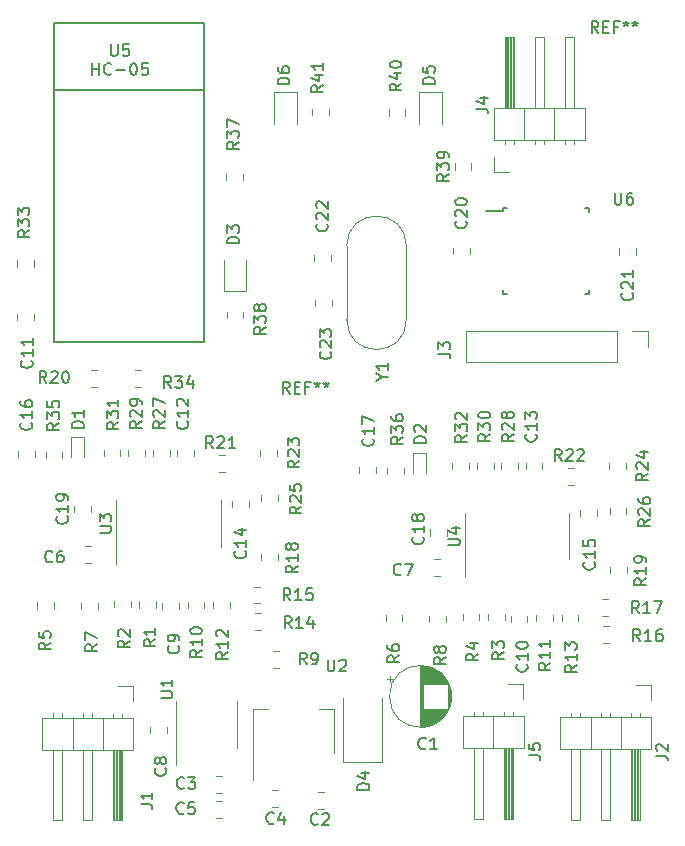
<source format=gbr>
G04 #@! TF.GenerationSoftware,KiCad,Pcbnew,(5.1.4)-1*
G04 #@! TF.CreationDate,2020-11-30T14:55:24+01:00*
G04 #@! TF.ProjectId,emg,656d672e-6b69-4636-9164-5f7063625858,rev?*
G04 #@! TF.SameCoordinates,Original*
G04 #@! TF.FileFunction,Legend,Top*
G04 #@! TF.FilePolarity,Positive*
%FSLAX46Y46*%
G04 Gerber Fmt 4.6, Leading zero omitted, Abs format (unit mm)*
G04 Created by KiCad (PCBNEW (5.1.4)-1) date 2020-11-30 14:55:24*
%MOMM*%
%LPD*%
G04 APERTURE LIST*
%ADD10C,0.120000*%
%ADD11C,0.150000*%
G04 APERTURE END LIST*
D10*
X96180600Y-112741400D02*
X96180600Y-115401400D01*
X108940600Y-112741400D02*
X96180600Y-112741400D01*
X108940600Y-115401400D02*
X96180600Y-115401400D01*
X108940600Y-112741400D02*
X108940600Y-115401400D01*
X110210600Y-112741400D02*
X111540600Y-112741400D01*
X111540600Y-112741400D02*
X111540600Y-114071400D01*
X61974800Y-123497078D02*
X61974800Y-122979922D01*
X60554800Y-123497078D02*
X60554800Y-122979922D01*
X59638000Y-123448578D02*
X59638000Y-122931422D01*
X58218000Y-123448578D02*
X58218000Y-122931422D01*
X62721400Y-121707400D02*
X62721400Y-123407400D01*
X63821400Y-121707400D02*
X62721400Y-121707400D01*
X63821400Y-123407400D02*
X63821400Y-121707400D01*
X71042600Y-122829822D02*
X71042600Y-123346978D01*
X69622600Y-122829822D02*
X69622600Y-123346978D01*
X78767678Y-136627800D02*
X78250522Y-136627800D01*
X78767678Y-138047800D02*
X78250522Y-138047800D01*
X80161200Y-122806722D02*
X80161200Y-123323878D01*
X78741200Y-122806722D02*
X78741200Y-123323878D01*
X66507200Y-129057400D02*
X66507200Y-132507400D01*
X66507200Y-129057400D02*
X66507200Y-127107400D01*
X75377200Y-129057400D02*
X75377200Y-131007400D01*
X75377200Y-129057400D02*
X75377200Y-127107400D01*
X78153522Y-134392600D02*
X78670678Y-134392600D01*
X78153522Y-135812600D02*
X78670678Y-135812600D01*
X78792000Y-126616722D02*
X78792000Y-127133878D01*
X80212000Y-126616722D02*
X80212000Y-127133878D01*
X75227922Y-124662000D02*
X75745078Y-124662000D01*
X75227922Y-123242000D02*
X75745078Y-123242000D01*
X80237400Y-131643622D02*
X80237400Y-132160778D01*
X78817400Y-131643622D02*
X78817400Y-132160778D01*
X68959800Y-123370078D02*
X68959800Y-122852922D01*
X67539800Y-123370078D02*
X67539800Y-122852922D01*
X65457000Y-122852922D02*
X65457000Y-123370078D01*
X66877000Y-122852922D02*
X66877000Y-123370078D01*
X69899600Y-135656822D02*
X69899600Y-136173978D01*
X68479600Y-135656822D02*
X68479600Y-136173978D01*
X76148000Y-136227078D02*
X76148000Y-135709922D01*
X74728000Y-136227078D02*
X74728000Y-135709922D01*
X73989000Y-136201678D02*
X73989000Y-135684522D01*
X72569000Y-136201678D02*
X72569000Y-135684522D01*
X64946600Y-135809222D02*
X64946600Y-136326378D01*
X63526600Y-135809222D02*
X63526600Y-136326378D01*
X59818200Y-135735322D02*
X59818200Y-136252478D01*
X61238200Y-135735322D02*
X61238200Y-136252478D01*
X66346000Y-135633722D02*
X66346000Y-136150878D01*
X67766000Y-135633722D02*
X67766000Y-136150878D01*
X76333280Y-127636798D02*
X76333280Y-127119642D01*
X77753280Y-127636798D02*
X77753280Y-127119642D01*
X71680000Y-122827522D02*
X71680000Y-123344678D01*
X73100000Y-122827522D02*
X73100000Y-123344678D01*
X64416678Y-130989000D02*
X63899522Y-130989000D01*
X64416678Y-132409000D02*
X63899522Y-132409000D01*
X70410000Y-136300978D02*
X70410000Y-135783822D01*
X71830000Y-136300978D02*
X71830000Y-135783822D01*
X67979600Y-145534200D02*
X60239600Y-145534200D01*
X60239600Y-145534200D02*
X60239600Y-148194200D01*
X60239600Y-148194200D02*
X67979600Y-148194200D01*
X67979600Y-148194200D02*
X67979600Y-145534200D01*
X67029600Y-148194200D02*
X67029600Y-154194200D01*
X67029600Y-154194200D02*
X66269600Y-154194200D01*
X66269600Y-154194200D02*
X66269600Y-148194200D01*
X66969600Y-148194200D02*
X66969600Y-154194200D01*
X66849600Y-148194200D02*
X66849600Y-154194200D01*
X66729600Y-148194200D02*
X66729600Y-154194200D01*
X66609600Y-148194200D02*
X66609600Y-154194200D01*
X66489600Y-148194200D02*
X66489600Y-154194200D01*
X66369600Y-148194200D02*
X66369600Y-154194200D01*
X67029600Y-145204200D02*
X67029600Y-145534200D01*
X66269600Y-145204200D02*
X66269600Y-145534200D01*
X65379600Y-145534200D02*
X65379600Y-148194200D01*
X64489600Y-148194200D02*
X64489600Y-154194200D01*
X64489600Y-154194200D02*
X63729600Y-154194200D01*
X63729600Y-154194200D02*
X63729600Y-148194200D01*
X64489600Y-145137129D02*
X64489600Y-145534200D01*
X63729600Y-145137129D02*
X63729600Y-145534200D01*
X62839600Y-145534200D02*
X62839600Y-148194200D01*
X61949600Y-148194200D02*
X61949600Y-154194200D01*
X61949600Y-154194200D02*
X61189600Y-154194200D01*
X61189600Y-154194200D02*
X61189600Y-148194200D01*
X61949600Y-145137129D02*
X61949600Y-145534200D01*
X61189600Y-145137129D02*
X61189600Y-145534200D01*
X66649600Y-142824200D02*
X67919600Y-142824200D01*
X67919600Y-142824200D02*
X67919600Y-144094200D01*
X93931478Y-133501200D02*
X93414322Y-133501200D01*
X93931478Y-132081200D02*
X93414322Y-132081200D01*
X101344800Y-137393178D02*
X101344800Y-136876022D01*
X99924800Y-137393178D02*
X99924800Y-136876022D01*
X102614800Y-123919722D02*
X102614800Y-124436878D01*
X101194800Y-123919722D02*
X101194800Y-124436878D01*
X107194420Y-128429758D02*
X107194420Y-127912602D01*
X105774420Y-128429758D02*
X105774420Y-127912602D01*
X87123200Y-124820178D02*
X87123200Y-124303022D01*
X88543200Y-124820178D02*
X88543200Y-124303022D01*
X111785400Y-142748000D02*
X111785400Y-144018000D01*
X110515400Y-142748000D02*
X111785400Y-142748000D01*
X105055400Y-145060929D02*
X105055400Y-145458000D01*
X105815400Y-145060929D02*
X105815400Y-145458000D01*
X105055400Y-154118000D02*
X105055400Y-148118000D01*
X105815400Y-154118000D02*
X105055400Y-154118000D01*
X105815400Y-148118000D02*
X105815400Y-154118000D01*
X106705400Y-145458000D02*
X106705400Y-148118000D01*
X107595400Y-145060929D02*
X107595400Y-145458000D01*
X108355400Y-145060929D02*
X108355400Y-145458000D01*
X107595400Y-154118000D02*
X107595400Y-148118000D01*
X108355400Y-154118000D02*
X107595400Y-154118000D01*
X108355400Y-148118000D02*
X108355400Y-154118000D01*
X109245400Y-145458000D02*
X109245400Y-148118000D01*
X110135400Y-145128000D02*
X110135400Y-145458000D01*
X110895400Y-145128000D02*
X110895400Y-145458000D01*
X110235400Y-148118000D02*
X110235400Y-154118000D01*
X110355400Y-148118000D02*
X110355400Y-154118000D01*
X110475400Y-148118000D02*
X110475400Y-154118000D01*
X110595400Y-148118000D02*
X110595400Y-154118000D01*
X110715400Y-148118000D02*
X110715400Y-154118000D01*
X110835400Y-148118000D02*
X110835400Y-154118000D01*
X110135400Y-154118000D02*
X110135400Y-148118000D01*
X110895400Y-154118000D02*
X110135400Y-154118000D01*
X110895400Y-148118000D02*
X110895400Y-154118000D01*
X111845400Y-148118000D02*
X111845400Y-145458000D01*
X104105400Y-148118000D02*
X111845400Y-148118000D01*
X104105400Y-145458000D02*
X104105400Y-148118000D01*
X111845400Y-145458000D02*
X104105400Y-145458000D01*
X97994400Y-136749022D02*
X97994400Y-137266178D01*
X99414400Y-136749022D02*
X99414400Y-137266178D01*
X97280800Y-136725922D02*
X97280800Y-137243078D01*
X95860800Y-136725922D02*
X95860800Y-137243078D01*
X90753000Y-136827522D02*
X90753000Y-137344678D01*
X89333000Y-136827522D02*
X89333000Y-137344678D01*
X93041400Y-136901422D02*
X93041400Y-137418578D01*
X94461400Y-136901422D02*
X94461400Y-137418578D01*
X102083800Y-137293878D02*
X102083800Y-136776722D01*
X103503800Y-137293878D02*
X103503800Y-136776722D01*
X104242800Y-137319278D02*
X104242800Y-136802122D01*
X105662800Y-137319278D02*
X105662800Y-136802122D01*
X108282478Y-139140000D02*
X107765322Y-139140000D01*
X108282478Y-137720000D02*
X107765322Y-137720000D01*
X107668322Y-136904800D02*
X108185478Y-136904800D01*
X107668322Y-135484800D02*
X108185478Y-135484800D01*
X108332200Y-132735822D02*
X108332200Y-133252978D01*
X109752200Y-132735822D02*
X109752200Y-133252978D01*
X104742722Y-124334200D02*
X105259878Y-124334200D01*
X104742722Y-125754200D02*
X105259878Y-125754200D01*
X108256000Y-123898922D02*
X108256000Y-124416078D01*
X109676000Y-123898922D02*
X109676000Y-124416078D01*
X109726800Y-127708922D02*
X109726800Y-128226078D01*
X108306800Y-127708922D02*
X108306800Y-128226078D01*
X99137400Y-123922022D02*
X99137400Y-124439178D01*
X100557400Y-123922022D02*
X100557400Y-124439178D01*
X97054600Y-124462278D02*
X97054600Y-123945122D01*
X98474600Y-124462278D02*
X98474600Y-123945122D01*
X96391800Y-123945122D02*
X96391800Y-124462278D01*
X94971800Y-123945122D02*
X94971800Y-124462278D01*
X89460000Y-124868678D02*
X89460000Y-124351522D01*
X90880000Y-124868678D02*
X90880000Y-124351522D01*
X104892000Y-130149600D02*
X104892000Y-128199600D01*
X104892000Y-130149600D02*
X104892000Y-132099600D01*
X96022000Y-130149600D02*
X96022000Y-128199600D01*
X96022000Y-130149600D02*
X96022000Y-133599600D01*
X92726600Y-124779000D02*
X92726600Y-123079000D01*
X92726600Y-123079000D02*
X91626600Y-123079000D01*
X91626600Y-123079000D02*
X91626600Y-124779000D01*
X84129378Y-153186200D02*
X83612222Y-153186200D01*
X84129378Y-151766200D02*
X83612222Y-151766200D01*
X74976222Y-150420000D02*
X75493378Y-150420000D01*
X74976222Y-151840000D02*
X75493378Y-151840000D01*
X80215478Y-151639200D02*
X79698322Y-151639200D01*
X80215478Y-153059200D02*
X79698322Y-153059200D01*
X75001622Y-152528200D02*
X75518778Y-152528200D01*
X75001622Y-153948200D02*
X75518778Y-153948200D01*
X69368600Y-146250922D02*
X69368600Y-146768078D01*
X70788600Y-146250922D02*
X70788600Y-146768078D01*
X58131640Y-111315762D02*
X58131640Y-111832918D01*
X59551640Y-111315762D02*
X59551640Y-111832918D01*
X95048000Y-106252778D02*
X95048000Y-105735622D01*
X96468000Y-106252778D02*
X96468000Y-105735622D01*
X110514200Y-106280478D02*
X110514200Y-105763322D01*
X109094200Y-106280478D02*
X109094200Y-105763322D01*
X84707800Y-106342922D02*
X84707800Y-106860078D01*
X83287800Y-106342922D02*
X83287800Y-106860078D01*
X84784000Y-110619278D02*
X84784000Y-110102122D01*
X83364000Y-110619278D02*
X83364000Y-110102122D01*
X85726000Y-149253400D02*
X89026000Y-149253400D01*
X89026000Y-149253400D02*
X89026000Y-143853400D01*
X85726000Y-149253400D02*
X85726000Y-143853400D01*
X101050400Y-145381800D02*
X95850400Y-145381800D01*
X95850400Y-145381800D02*
X95850400Y-148041800D01*
X95850400Y-148041800D02*
X101050400Y-148041800D01*
X101050400Y-148041800D02*
X101050400Y-145381800D01*
X100100400Y-148041800D02*
X100100400Y-154041800D01*
X100100400Y-154041800D02*
X99340400Y-154041800D01*
X99340400Y-154041800D02*
X99340400Y-148041800D01*
X100040400Y-148041800D02*
X100040400Y-154041800D01*
X99920400Y-148041800D02*
X99920400Y-154041800D01*
X99800400Y-148041800D02*
X99800400Y-154041800D01*
X99680400Y-148041800D02*
X99680400Y-154041800D01*
X99560400Y-148041800D02*
X99560400Y-154041800D01*
X99440400Y-148041800D02*
X99440400Y-154041800D01*
X100100400Y-145051800D02*
X100100400Y-145381800D01*
X99340400Y-145051800D02*
X99340400Y-145381800D01*
X98450400Y-145381800D02*
X98450400Y-148041800D01*
X97560400Y-148041800D02*
X97560400Y-154041800D01*
X97560400Y-154041800D02*
X96800400Y-154041800D01*
X96800400Y-154041800D02*
X96800400Y-148041800D01*
X97560400Y-144984729D02*
X97560400Y-145381800D01*
X96800400Y-144984729D02*
X96800400Y-145381800D01*
X99720400Y-142671800D02*
X100990400Y-142671800D01*
X100990400Y-142671800D02*
X100990400Y-143941800D01*
X79774522Y-141273600D02*
X80291678Y-141273600D01*
X79774522Y-139853600D02*
X80291678Y-139853600D01*
X76753400Y-146075400D02*
X76753400Y-144125400D01*
X76753400Y-146075400D02*
X76753400Y-148025400D01*
X71633400Y-146075400D02*
X71633400Y-144125400D01*
X71633400Y-146075400D02*
X71633400Y-149525400D01*
X84944000Y-144749600D02*
X83684000Y-144749600D01*
X78124000Y-144749600D02*
X79384000Y-144749600D01*
X84944000Y-148509600D02*
X84944000Y-144749600D01*
X78124000Y-150759600D02*
X78124000Y-144749600D01*
D11*
X61239400Y-92317200D02*
X73939400Y-92317200D01*
X61239400Y-86717200D02*
X61239400Y-113717200D01*
X61239400Y-113717200D02*
X73939400Y-113717200D01*
X73939400Y-113717200D02*
X73939400Y-86717200D01*
X61239400Y-86717200D02*
X73939400Y-86717200D01*
X99270400Y-102343800D02*
X99270400Y-102568800D01*
X106520400Y-102343800D02*
X106520400Y-102668800D01*
X106520400Y-109593800D02*
X106520400Y-109268800D01*
X99270400Y-109593800D02*
X99270400Y-109268800D01*
X99270400Y-102343800D02*
X99595400Y-102343800D01*
X99270400Y-109593800D02*
X99595400Y-109593800D01*
X106520400Y-109593800D02*
X106195400Y-109593800D01*
X106520400Y-102343800D02*
X106195400Y-102343800D01*
X99270400Y-102568800D02*
X97845400Y-102568800D01*
D10*
X86044800Y-111800000D02*
X86044800Y-105550000D01*
X91094800Y-111800000D02*
X91094800Y-105550000D01*
X91094800Y-111800000D02*
G75*
G02X86044800Y-111800000I-2525000J0D01*
G01*
X91094800Y-105550000D02*
G75*
G03X86044800Y-105550000I-2525000J0D01*
G01*
X94512200Y-130075678D02*
X94512200Y-129558522D01*
X93092200Y-130075678D02*
X93092200Y-129558522D01*
X62942400Y-128069078D02*
X62942400Y-127551922D01*
X64362400Y-128069078D02*
X64362400Y-127551922D01*
X75621000Y-106723700D02*
X75621000Y-109408700D01*
X75621000Y-109408700D02*
X77541000Y-109408700D01*
X77541000Y-109408700D02*
X77541000Y-106723700D01*
X92207200Y-92546700D02*
X92207200Y-95231700D01*
X94127200Y-92546700D02*
X92207200Y-92546700D01*
X94127200Y-95231700D02*
X94127200Y-92546700D01*
X81808200Y-95210900D02*
X81808200Y-92525900D01*
X81808200Y-92525900D02*
X79888200Y-92525900D01*
X79888200Y-92525900D02*
X79888200Y-95210900D01*
X98492000Y-96553200D02*
X106232000Y-96553200D01*
X106232000Y-96553200D02*
X106232000Y-93893200D01*
X106232000Y-93893200D02*
X98492000Y-93893200D01*
X98492000Y-93893200D02*
X98492000Y-96553200D01*
X99442000Y-93893200D02*
X99442000Y-87893200D01*
X99442000Y-87893200D02*
X100202000Y-87893200D01*
X100202000Y-87893200D02*
X100202000Y-93893200D01*
X99502000Y-93893200D02*
X99502000Y-87893200D01*
X99622000Y-93893200D02*
X99622000Y-87893200D01*
X99742000Y-93893200D02*
X99742000Y-87893200D01*
X99862000Y-93893200D02*
X99862000Y-87893200D01*
X99982000Y-93893200D02*
X99982000Y-87893200D01*
X100102000Y-93893200D02*
X100102000Y-87893200D01*
X99442000Y-96883200D02*
X99442000Y-96553200D01*
X100202000Y-96883200D02*
X100202000Y-96553200D01*
X101092000Y-96553200D02*
X101092000Y-93893200D01*
X101982000Y-93893200D02*
X101982000Y-87893200D01*
X101982000Y-87893200D02*
X102742000Y-87893200D01*
X102742000Y-87893200D02*
X102742000Y-93893200D01*
X101982000Y-96950271D02*
X101982000Y-96553200D01*
X102742000Y-96950271D02*
X102742000Y-96553200D01*
X103632000Y-96553200D02*
X103632000Y-93893200D01*
X104522000Y-93893200D02*
X104522000Y-87893200D01*
X104522000Y-87893200D02*
X105282000Y-87893200D01*
X105282000Y-87893200D02*
X105282000Y-93893200D01*
X104522000Y-96950271D02*
X104522000Y-96553200D01*
X105282000Y-96950271D02*
X105282000Y-96553200D01*
X99822000Y-99263200D02*
X98552000Y-99263200D01*
X98552000Y-99263200D02*
X98552000Y-97993200D01*
X64903878Y-117473800D02*
X64386722Y-117473800D01*
X64903878Y-116053800D02*
X64386722Y-116053800D01*
X58141800Y-107296478D02*
X58141800Y-106779322D01*
X59561800Y-107296478D02*
X59561800Y-106779322D01*
X68090522Y-117499200D02*
X68607678Y-117499200D01*
X68090522Y-116079200D02*
X68607678Y-116079200D01*
X75845600Y-99955878D02*
X75845600Y-99438722D01*
X77265600Y-99955878D02*
X77265600Y-99438722D01*
X77291000Y-111660678D02*
X77291000Y-111143522D01*
X75871000Y-111660678D02*
X75871000Y-111143522D01*
X96595000Y-99092278D02*
X96595000Y-98575122D01*
X95175000Y-99092278D02*
X95175000Y-98575122D01*
X91007000Y-94003122D02*
X91007000Y-94520278D01*
X89587000Y-94003122D02*
X89587000Y-94520278D01*
X83110000Y-93952322D02*
X83110000Y-94469478D01*
X84530000Y-93952322D02*
X84530000Y-94469478D01*
X94903600Y-143687800D02*
G75*
G03X94903600Y-143687800I-2620000J0D01*
G01*
X92283600Y-141107800D02*
X92283600Y-146267800D01*
X92323600Y-141107800D02*
X92323600Y-146267800D01*
X92363600Y-141108800D02*
X92363600Y-146266800D01*
X92403600Y-141109800D02*
X92403600Y-146265800D01*
X92443600Y-141111800D02*
X92443600Y-146263800D01*
X92483600Y-141114800D02*
X92483600Y-146260800D01*
X92523600Y-141118800D02*
X92523600Y-142647800D01*
X92523600Y-144727800D02*
X92523600Y-146256800D01*
X92563600Y-141122800D02*
X92563600Y-142647800D01*
X92563600Y-144727800D02*
X92563600Y-146252800D01*
X92603600Y-141126800D02*
X92603600Y-142647800D01*
X92603600Y-144727800D02*
X92603600Y-146248800D01*
X92643600Y-141131800D02*
X92643600Y-142647800D01*
X92643600Y-144727800D02*
X92643600Y-146243800D01*
X92683600Y-141137800D02*
X92683600Y-142647800D01*
X92683600Y-144727800D02*
X92683600Y-146237800D01*
X92723600Y-141144800D02*
X92723600Y-142647800D01*
X92723600Y-144727800D02*
X92723600Y-146230800D01*
X92763600Y-141151800D02*
X92763600Y-142647800D01*
X92763600Y-144727800D02*
X92763600Y-146223800D01*
X92803600Y-141159800D02*
X92803600Y-142647800D01*
X92803600Y-144727800D02*
X92803600Y-146215800D01*
X92843600Y-141167800D02*
X92843600Y-142647800D01*
X92843600Y-144727800D02*
X92843600Y-146207800D01*
X92883600Y-141176800D02*
X92883600Y-142647800D01*
X92883600Y-144727800D02*
X92883600Y-146198800D01*
X92923600Y-141186800D02*
X92923600Y-142647800D01*
X92923600Y-144727800D02*
X92923600Y-146188800D01*
X92963600Y-141196800D02*
X92963600Y-142647800D01*
X92963600Y-144727800D02*
X92963600Y-146178800D01*
X93004600Y-141207800D02*
X93004600Y-142647800D01*
X93004600Y-144727800D02*
X93004600Y-146167800D01*
X93044600Y-141219800D02*
X93044600Y-142647800D01*
X93044600Y-144727800D02*
X93044600Y-146155800D01*
X93084600Y-141232800D02*
X93084600Y-142647800D01*
X93084600Y-144727800D02*
X93084600Y-146142800D01*
X93124600Y-141245800D02*
X93124600Y-142647800D01*
X93124600Y-144727800D02*
X93124600Y-146129800D01*
X93164600Y-141259800D02*
X93164600Y-142647800D01*
X93164600Y-144727800D02*
X93164600Y-146115800D01*
X93204600Y-141273800D02*
X93204600Y-142647800D01*
X93204600Y-144727800D02*
X93204600Y-146101800D01*
X93244600Y-141289800D02*
X93244600Y-142647800D01*
X93244600Y-144727800D02*
X93244600Y-146085800D01*
X93284600Y-141305800D02*
X93284600Y-142647800D01*
X93284600Y-144727800D02*
X93284600Y-146069800D01*
X93324600Y-141322800D02*
X93324600Y-142647800D01*
X93324600Y-144727800D02*
X93324600Y-146052800D01*
X93364600Y-141339800D02*
X93364600Y-142647800D01*
X93364600Y-144727800D02*
X93364600Y-146035800D01*
X93404600Y-141358800D02*
X93404600Y-142647800D01*
X93404600Y-144727800D02*
X93404600Y-146016800D01*
X93444600Y-141377800D02*
X93444600Y-142647800D01*
X93444600Y-144727800D02*
X93444600Y-145997800D01*
X93484600Y-141397800D02*
X93484600Y-142647800D01*
X93484600Y-144727800D02*
X93484600Y-145977800D01*
X93524600Y-141419800D02*
X93524600Y-142647800D01*
X93524600Y-144727800D02*
X93524600Y-145955800D01*
X93564600Y-141440800D02*
X93564600Y-142647800D01*
X93564600Y-144727800D02*
X93564600Y-145934800D01*
X93604600Y-141463800D02*
X93604600Y-142647800D01*
X93604600Y-144727800D02*
X93604600Y-145911800D01*
X93644600Y-141487800D02*
X93644600Y-142647800D01*
X93644600Y-144727800D02*
X93644600Y-145887800D01*
X93684600Y-141512800D02*
X93684600Y-142647800D01*
X93684600Y-144727800D02*
X93684600Y-145862800D01*
X93724600Y-141538800D02*
X93724600Y-142647800D01*
X93724600Y-144727800D02*
X93724600Y-145836800D01*
X93764600Y-141565800D02*
X93764600Y-142647800D01*
X93764600Y-144727800D02*
X93764600Y-145809800D01*
X93804600Y-141592800D02*
X93804600Y-142647800D01*
X93804600Y-144727800D02*
X93804600Y-145782800D01*
X93844600Y-141622800D02*
X93844600Y-142647800D01*
X93844600Y-144727800D02*
X93844600Y-145752800D01*
X93884600Y-141652800D02*
X93884600Y-142647800D01*
X93884600Y-144727800D02*
X93884600Y-145722800D01*
X93924600Y-141683800D02*
X93924600Y-142647800D01*
X93924600Y-144727800D02*
X93924600Y-145691800D01*
X93964600Y-141716800D02*
X93964600Y-142647800D01*
X93964600Y-144727800D02*
X93964600Y-145658800D01*
X94004600Y-141750800D02*
X94004600Y-142647800D01*
X94004600Y-144727800D02*
X94004600Y-145624800D01*
X94044600Y-141786800D02*
X94044600Y-142647800D01*
X94044600Y-144727800D02*
X94044600Y-145588800D01*
X94084600Y-141823800D02*
X94084600Y-142647800D01*
X94084600Y-144727800D02*
X94084600Y-145551800D01*
X94124600Y-141861800D02*
X94124600Y-142647800D01*
X94124600Y-144727800D02*
X94124600Y-145513800D01*
X94164600Y-141902800D02*
X94164600Y-142647800D01*
X94164600Y-144727800D02*
X94164600Y-145472800D01*
X94204600Y-141944800D02*
X94204600Y-142647800D01*
X94204600Y-144727800D02*
X94204600Y-145430800D01*
X94244600Y-141988800D02*
X94244600Y-142647800D01*
X94244600Y-144727800D02*
X94244600Y-145386800D01*
X94284600Y-142034800D02*
X94284600Y-142647800D01*
X94284600Y-144727800D02*
X94284600Y-145340800D01*
X94324600Y-142082800D02*
X94324600Y-142647800D01*
X94324600Y-144727800D02*
X94324600Y-145292800D01*
X94364600Y-142133800D02*
X94364600Y-142647800D01*
X94364600Y-144727800D02*
X94364600Y-145241800D01*
X94404600Y-142187800D02*
X94404600Y-142647800D01*
X94404600Y-144727800D02*
X94404600Y-145187800D01*
X94444600Y-142244800D02*
X94444600Y-142647800D01*
X94444600Y-144727800D02*
X94444600Y-145130800D01*
X94484600Y-142304800D02*
X94484600Y-142647800D01*
X94484600Y-144727800D02*
X94484600Y-145070800D01*
X94524600Y-142368800D02*
X94524600Y-142647800D01*
X94524600Y-144727800D02*
X94524600Y-145006800D01*
X94564600Y-142436800D02*
X94564600Y-142647800D01*
X94564600Y-144727800D02*
X94564600Y-144938800D01*
X94604600Y-142509800D02*
X94604600Y-144865800D01*
X94644600Y-142589800D02*
X94644600Y-144785800D01*
X94684600Y-142676800D02*
X94684600Y-144698800D01*
X94724600Y-142772800D02*
X94724600Y-144602800D01*
X94764600Y-142882800D02*
X94764600Y-144492800D01*
X94804600Y-143010800D02*
X94804600Y-144364800D01*
X94844600Y-143169800D02*
X94844600Y-144205800D01*
X94884600Y-143403800D02*
X94884600Y-143971800D01*
X89478825Y-142212800D02*
X89978825Y-142212800D01*
X89728825Y-141962800D02*
X89728825Y-142462800D01*
D11*
X81216666Y-118054380D02*
X80883333Y-117578190D01*
X80645238Y-118054380D02*
X80645238Y-117054380D01*
X81026190Y-117054380D01*
X81121428Y-117102000D01*
X81169047Y-117149619D01*
X81216666Y-117244857D01*
X81216666Y-117387714D01*
X81169047Y-117482952D01*
X81121428Y-117530571D01*
X81026190Y-117578190D01*
X80645238Y-117578190D01*
X81645238Y-117530571D02*
X81978571Y-117530571D01*
X82121428Y-118054380D02*
X81645238Y-118054380D01*
X81645238Y-117054380D01*
X82121428Y-117054380D01*
X82883333Y-117530571D02*
X82550000Y-117530571D01*
X82550000Y-118054380D02*
X82550000Y-117054380D01*
X83026190Y-117054380D01*
X83550000Y-117054380D02*
X83550000Y-117292476D01*
X83311904Y-117197238D02*
X83550000Y-117292476D01*
X83788095Y-117197238D01*
X83407142Y-117482952D02*
X83550000Y-117292476D01*
X83692857Y-117482952D01*
X84311904Y-117054380D02*
X84311904Y-117292476D01*
X84073809Y-117197238D02*
X84311904Y-117292476D01*
X84550000Y-117197238D01*
X84169047Y-117482952D02*
X84311904Y-117292476D01*
X84454761Y-117482952D01*
X107353266Y-87514580D02*
X107019933Y-87038390D01*
X106781838Y-87514580D02*
X106781838Y-86514580D01*
X107162790Y-86514580D01*
X107258028Y-86562200D01*
X107305647Y-86609819D01*
X107353266Y-86705057D01*
X107353266Y-86847914D01*
X107305647Y-86943152D01*
X107258028Y-86990771D01*
X107162790Y-87038390D01*
X106781838Y-87038390D01*
X107781838Y-86990771D02*
X108115171Y-86990771D01*
X108258028Y-87514580D02*
X107781838Y-87514580D01*
X107781838Y-86514580D01*
X108258028Y-86514580D01*
X109019933Y-86990771D02*
X108686600Y-86990771D01*
X108686600Y-87514580D02*
X108686600Y-86514580D01*
X109162790Y-86514580D01*
X109686600Y-86514580D02*
X109686600Y-86752676D01*
X109448504Y-86657438D02*
X109686600Y-86752676D01*
X109924695Y-86657438D01*
X109543742Y-86943152D02*
X109686600Y-86752676D01*
X109829457Y-86943152D01*
X110448504Y-86514580D02*
X110448504Y-86752676D01*
X110210409Y-86657438D02*
X110448504Y-86752676D01*
X110686600Y-86657438D01*
X110305647Y-86943152D02*
X110448504Y-86752676D01*
X110591361Y-86943152D01*
X93813380Y-114684133D02*
X94527666Y-114684133D01*
X94670523Y-114731752D01*
X94765761Y-114826990D01*
X94813380Y-114969847D01*
X94813380Y-115065085D01*
X93813380Y-114303180D02*
X93813380Y-113684133D01*
X94194333Y-114017466D01*
X94194333Y-113874609D01*
X94241952Y-113779371D01*
X94289571Y-113731752D01*
X94384809Y-113684133D01*
X94622904Y-113684133D01*
X94718142Y-113731752D01*
X94765761Y-113779371D01*
X94813380Y-113874609D01*
X94813380Y-114160323D01*
X94765761Y-114255561D01*
X94718142Y-114303180D01*
X61691780Y-120556257D02*
X61215590Y-120889590D01*
X61691780Y-121127685D02*
X60691780Y-121127685D01*
X60691780Y-120746733D01*
X60739400Y-120651495D01*
X60787019Y-120603876D01*
X60882257Y-120556257D01*
X61025114Y-120556257D01*
X61120352Y-120603876D01*
X61167971Y-120651495D01*
X61215590Y-120746733D01*
X61215590Y-121127685D01*
X60691780Y-120222923D02*
X60691780Y-119603876D01*
X61072733Y-119937209D01*
X61072733Y-119794352D01*
X61120352Y-119699114D01*
X61167971Y-119651495D01*
X61263209Y-119603876D01*
X61501304Y-119603876D01*
X61596542Y-119651495D01*
X61644161Y-119699114D01*
X61691780Y-119794352D01*
X61691780Y-120080066D01*
X61644161Y-120175304D01*
X61596542Y-120222923D01*
X60691780Y-118699114D02*
X60691780Y-119175304D01*
X61167971Y-119222923D01*
X61120352Y-119175304D01*
X61072733Y-119080066D01*
X61072733Y-118841971D01*
X61120352Y-118746733D01*
X61167971Y-118699114D01*
X61263209Y-118651495D01*
X61501304Y-118651495D01*
X61596542Y-118699114D01*
X61644161Y-118746733D01*
X61691780Y-118841971D01*
X61691780Y-119080066D01*
X61644161Y-119175304D01*
X61596542Y-119222923D01*
X59310542Y-120505457D02*
X59358161Y-120553076D01*
X59405780Y-120695933D01*
X59405780Y-120791171D01*
X59358161Y-120934028D01*
X59262923Y-121029266D01*
X59167685Y-121076885D01*
X58977209Y-121124504D01*
X58834352Y-121124504D01*
X58643876Y-121076885D01*
X58548638Y-121029266D01*
X58453400Y-120934028D01*
X58405780Y-120791171D01*
X58405780Y-120695933D01*
X58453400Y-120553076D01*
X58501019Y-120505457D01*
X59405780Y-119553076D02*
X59405780Y-120124504D01*
X59405780Y-119838790D02*
X58405780Y-119838790D01*
X58548638Y-119934028D01*
X58643876Y-120029266D01*
X58691495Y-120124504D01*
X58405780Y-118695933D02*
X58405780Y-118886409D01*
X58453400Y-118981647D01*
X58501019Y-119029266D01*
X58643876Y-119124504D01*
X58834352Y-119172123D01*
X59215304Y-119172123D01*
X59310542Y-119124504D01*
X59358161Y-119076885D01*
X59405780Y-118981647D01*
X59405780Y-118791171D01*
X59358161Y-118695933D01*
X59310542Y-118648314D01*
X59215304Y-118600695D01*
X58977209Y-118600695D01*
X58881971Y-118648314D01*
X58834352Y-118695933D01*
X58786733Y-118791171D01*
X58786733Y-118981647D01*
X58834352Y-119076885D01*
X58881971Y-119124504D01*
X58977209Y-119172123D01*
X63774580Y-120956295D02*
X62774580Y-120956295D01*
X62774580Y-120718200D01*
X62822200Y-120575342D01*
X62917438Y-120480104D01*
X63012676Y-120432485D01*
X63203152Y-120384866D01*
X63346009Y-120384866D01*
X63536485Y-120432485D01*
X63631723Y-120480104D01*
X63726961Y-120575342D01*
X63774580Y-120718200D01*
X63774580Y-120956295D01*
X63774580Y-119432485D02*
X63774580Y-120003914D01*
X63774580Y-119718200D02*
X62774580Y-119718200D01*
X62917438Y-119813438D01*
X63012676Y-119908676D01*
X63060295Y-120003914D01*
X70657980Y-120403857D02*
X70181790Y-120737190D01*
X70657980Y-120975285D02*
X69657980Y-120975285D01*
X69657980Y-120594333D01*
X69705600Y-120499095D01*
X69753219Y-120451476D01*
X69848457Y-120403857D01*
X69991314Y-120403857D01*
X70086552Y-120451476D01*
X70134171Y-120499095D01*
X70181790Y-120594333D01*
X70181790Y-120975285D01*
X69753219Y-120022904D02*
X69705600Y-119975285D01*
X69657980Y-119880047D01*
X69657980Y-119641952D01*
X69705600Y-119546714D01*
X69753219Y-119499095D01*
X69848457Y-119451476D01*
X69943695Y-119451476D01*
X70086552Y-119499095D01*
X70657980Y-120070523D01*
X70657980Y-119451476D01*
X69657980Y-119118142D02*
X69657980Y-118451476D01*
X70657980Y-118880047D01*
X81373742Y-137917180D02*
X81040409Y-137440990D01*
X80802314Y-137917180D02*
X80802314Y-136917180D01*
X81183266Y-136917180D01*
X81278504Y-136964800D01*
X81326123Y-137012419D01*
X81373742Y-137107657D01*
X81373742Y-137250514D01*
X81326123Y-137345752D01*
X81278504Y-137393371D01*
X81183266Y-137440990D01*
X80802314Y-137440990D01*
X82326123Y-137917180D02*
X81754695Y-137917180D01*
X82040409Y-137917180D02*
X82040409Y-136917180D01*
X81945171Y-137060038D01*
X81849933Y-137155276D01*
X81754695Y-137202895D01*
X83183266Y-137250514D02*
X83183266Y-137917180D01*
X82945171Y-136869561D02*
X82707076Y-137583847D01*
X83326123Y-137583847D01*
X82037180Y-123731257D02*
X81560990Y-124064590D01*
X82037180Y-124302685D02*
X81037180Y-124302685D01*
X81037180Y-123921733D01*
X81084800Y-123826495D01*
X81132419Y-123778876D01*
X81227657Y-123731257D01*
X81370514Y-123731257D01*
X81465752Y-123778876D01*
X81513371Y-123826495D01*
X81560990Y-123921733D01*
X81560990Y-124302685D01*
X81132419Y-123350304D02*
X81084800Y-123302685D01*
X81037180Y-123207447D01*
X81037180Y-122969352D01*
X81084800Y-122874114D01*
X81132419Y-122826495D01*
X81227657Y-122778876D01*
X81322895Y-122778876D01*
X81465752Y-122826495D01*
X82037180Y-123397923D01*
X82037180Y-122778876D01*
X81037180Y-122445542D02*
X81037180Y-121826495D01*
X81418133Y-122159828D01*
X81418133Y-122016971D01*
X81465752Y-121921733D01*
X81513371Y-121874114D01*
X81608609Y-121826495D01*
X81846704Y-121826495D01*
X81941942Y-121874114D01*
X81989561Y-121921733D01*
X82037180Y-122016971D01*
X82037180Y-122302685D01*
X81989561Y-122397923D01*
X81941942Y-122445542D01*
X65114580Y-129819304D02*
X65924104Y-129819304D01*
X66019342Y-129771685D01*
X66066961Y-129724066D01*
X66114580Y-129628828D01*
X66114580Y-129438352D01*
X66066961Y-129343114D01*
X66019342Y-129295495D01*
X65924104Y-129247876D01*
X65114580Y-129247876D01*
X65114580Y-128866923D02*
X65114580Y-128247876D01*
X65495533Y-128581209D01*
X65495533Y-128438352D01*
X65543152Y-128343114D01*
X65590771Y-128295495D01*
X65686009Y-128247876D01*
X65924104Y-128247876D01*
X66019342Y-128295495D01*
X66066961Y-128343114D01*
X66114580Y-128438352D01*
X66114580Y-128724066D01*
X66066961Y-128819304D01*
X66019342Y-128866923D01*
X81272142Y-135554980D02*
X80938809Y-135078790D01*
X80700714Y-135554980D02*
X80700714Y-134554980D01*
X81081666Y-134554980D01*
X81176904Y-134602600D01*
X81224523Y-134650219D01*
X81272142Y-134745457D01*
X81272142Y-134888314D01*
X81224523Y-134983552D01*
X81176904Y-135031171D01*
X81081666Y-135078790D01*
X80700714Y-135078790D01*
X82224523Y-135554980D02*
X81653095Y-135554980D01*
X81938809Y-135554980D02*
X81938809Y-134554980D01*
X81843571Y-134697838D01*
X81748333Y-134793076D01*
X81653095Y-134840695D01*
X83129285Y-134554980D02*
X82653095Y-134554980D01*
X82605476Y-135031171D01*
X82653095Y-134983552D01*
X82748333Y-134935933D01*
X82986428Y-134935933D01*
X83081666Y-134983552D01*
X83129285Y-135031171D01*
X83176904Y-135126409D01*
X83176904Y-135364504D01*
X83129285Y-135459742D01*
X83081666Y-135507361D01*
X82986428Y-135554980D01*
X82748333Y-135554980D01*
X82653095Y-135507361D01*
X82605476Y-135459742D01*
X82214980Y-127619757D02*
X81738790Y-127953090D01*
X82214980Y-128191185D02*
X81214980Y-128191185D01*
X81214980Y-127810233D01*
X81262600Y-127714995D01*
X81310219Y-127667376D01*
X81405457Y-127619757D01*
X81548314Y-127619757D01*
X81643552Y-127667376D01*
X81691171Y-127714995D01*
X81738790Y-127810233D01*
X81738790Y-128191185D01*
X81310219Y-127238804D02*
X81262600Y-127191185D01*
X81214980Y-127095947D01*
X81214980Y-126857852D01*
X81262600Y-126762614D01*
X81310219Y-126714995D01*
X81405457Y-126667376D01*
X81500695Y-126667376D01*
X81643552Y-126714995D01*
X82214980Y-127286423D01*
X82214980Y-126667376D01*
X81214980Y-125762614D02*
X81214980Y-126238804D01*
X81691171Y-126286423D01*
X81643552Y-126238804D01*
X81595933Y-126143566D01*
X81595933Y-125905471D01*
X81643552Y-125810233D01*
X81691171Y-125762614D01*
X81786409Y-125714995D01*
X82024504Y-125714995D01*
X82119742Y-125762614D01*
X82167361Y-125810233D01*
X82214980Y-125905471D01*
X82214980Y-126143566D01*
X82167361Y-126238804D01*
X82119742Y-126286423D01*
X74718942Y-122677180D02*
X74385609Y-122200990D01*
X74147514Y-122677180D02*
X74147514Y-121677180D01*
X74528466Y-121677180D01*
X74623704Y-121724800D01*
X74671323Y-121772419D01*
X74718942Y-121867657D01*
X74718942Y-122010514D01*
X74671323Y-122105752D01*
X74623704Y-122153371D01*
X74528466Y-122200990D01*
X74147514Y-122200990D01*
X75099895Y-121772419D02*
X75147514Y-121724800D01*
X75242752Y-121677180D01*
X75480847Y-121677180D01*
X75576085Y-121724800D01*
X75623704Y-121772419D01*
X75671323Y-121867657D01*
X75671323Y-121962895D01*
X75623704Y-122105752D01*
X75052276Y-122677180D01*
X75671323Y-122677180D01*
X76623704Y-122677180D02*
X76052276Y-122677180D01*
X76337990Y-122677180D02*
X76337990Y-121677180D01*
X76242752Y-121820038D01*
X76147514Y-121915276D01*
X76052276Y-121962895D01*
X81884780Y-132618957D02*
X81408590Y-132952290D01*
X81884780Y-133190385D02*
X80884780Y-133190385D01*
X80884780Y-132809433D01*
X80932400Y-132714195D01*
X80980019Y-132666576D01*
X81075257Y-132618957D01*
X81218114Y-132618957D01*
X81313352Y-132666576D01*
X81360971Y-132714195D01*
X81408590Y-132809433D01*
X81408590Y-133190385D01*
X81884780Y-131666576D02*
X81884780Y-132238004D01*
X81884780Y-131952290D02*
X80884780Y-131952290D01*
X81027638Y-132047528D01*
X81122876Y-132142766D01*
X81170495Y-132238004D01*
X81313352Y-131095147D02*
X81265733Y-131190385D01*
X81218114Y-131238004D01*
X81122876Y-131285623D01*
X81075257Y-131285623D01*
X80980019Y-131238004D01*
X80932400Y-131190385D01*
X80884780Y-131095147D01*
X80884780Y-130904671D01*
X80932400Y-130809433D01*
X80980019Y-130761814D01*
X81075257Y-130714195D01*
X81122876Y-130714195D01*
X81218114Y-130761814D01*
X81265733Y-130809433D01*
X81313352Y-130904671D01*
X81313352Y-131095147D01*
X81360971Y-131190385D01*
X81408590Y-131238004D01*
X81503828Y-131285623D01*
X81694304Y-131285623D01*
X81789542Y-131238004D01*
X81837161Y-131190385D01*
X81884780Y-131095147D01*
X81884780Y-130904671D01*
X81837161Y-130809433D01*
X81789542Y-130761814D01*
X81694304Y-130714195D01*
X81503828Y-130714195D01*
X81408590Y-130761814D01*
X81360971Y-130809433D01*
X81313352Y-130904671D01*
X68676780Y-120403857D02*
X68200590Y-120737190D01*
X68676780Y-120975285D02*
X67676780Y-120975285D01*
X67676780Y-120594333D01*
X67724400Y-120499095D01*
X67772019Y-120451476D01*
X67867257Y-120403857D01*
X68010114Y-120403857D01*
X68105352Y-120451476D01*
X68152971Y-120499095D01*
X68200590Y-120594333D01*
X68200590Y-120975285D01*
X67772019Y-120022904D02*
X67724400Y-119975285D01*
X67676780Y-119880047D01*
X67676780Y-119641952D01*
X67724400Y-119546714D01*
X67772019Y-119499095D01*
X67867257Y-119451476D01*
X67962495Y-119451476D01*
X68105352Y-119499095D01*
X68676780Y-120070523D01*
X68676780Y-119451476D01*
X68676780Y-118975285D02*
X68676780Y-118784809D01*
X68629161Y-118689571D01*
X68581542Y-118641952D01*
X68438685Y-118546714D01*
X68248209Y-118499095D01*
X67867257Y-118499095D01*
X67772019Y-118546714D01*
X67724400Y-118594333D01*
X67676780Y-118689571D01*
X67676780Y-118880047D01*
X67724400Y-118975285D01*
X67772019Y-119022904D01*
X67867257Y-119070523D01*
X68105352Y-119070523D01*
X68200590Y-119022904D01*
X68248209Y-118975285D01*
X68295828Y-118880047D01*
X68295828Y-118689571D01*
X68248209Y-118594333D01*
X68200590Y-118546714D01*
X68105352Y-118499095D01*
X66720980Y-120475457D02*
X66244790Y-120808790D01*
X66720980Y-121046885D02*
X65720980Y-121046885D01*
X65720980Y-120665933D01*
X65768600Y-120570695D01*
X65816219Y-120523076D01*
X65911457Y-120475457D01*
X66054314Y-120475457D01*
X66149552Y-120523076D01*
X66197171Y-120570695D01*
X66244790Y-120665933D01*
X66244790Y-121046885D01*
X65720980Y-120142123D02*
X65720980Y-119523076D01*
X66101933Y-119856409D01*
X66101933Y-119713552D01*
X66149552Y-119618314D01*
X66197171Y-119570695D01*
X66292409Y-119523076D01*
X66530504Y-119523076D01*
X66625742Y-119570695D01*
X66673361Y-119618314D01*
X66720980Y-119713552D01*
X66720980Y-119999266D01*
X66673361Y-120094504D01*
X66625742Y-120142123D01*
X66720980Y-118570695D02*
X66720980Y-119142123D01*
X66720980Y-118856409D02*
X65720980Y-118856409D01*
X65863838Y-118951647D01*
X65959076Y-119046885D01*
X66006695Y-119142123D01*
X69845180Y-138876066D02*
X69368990Y-139209400D01*
X69845180Y-139447495D02*
X68845180Y-139447495D01*
X68845180Y-139066542D01*
X68892800Y-138971304D01*
X68940419Y-138923685D01*
X69035657Y-138876066D01*
X69178514Y-138876066D01*
X69273752Y-138923685D01*
X69321371Y-138971304D01*
X69368990Y-139066542D01*
X69368990Y-139447495D01*
X69845180Y-137923685D02*
X69845180Y-138495114D01*
X69845180Y-138209400D02*
X68845180Y-138209400D01*
X68988038Y-138304638D01*
X69083276Y-138399876D01*
X69130895Y-138495114D01*
X75991980Y-139941057D02*
X75515790Y-140274390D01*
X75991980Y-140512485D02*
X74991980Y-140512485D01*
X74991980Y-140131533D01*
X75039600Y-140036295D01*
X75087219Y-139988676D01*
X75182457Y-139941057D01*
X75325314Y-139941057D01*
X75420552Y-139988676D01*
X75468171Y-140036295D01*
X75515790Y-140131533D01*
X75515790Y-140512485D01*
X75991980Y-138988676D02*
X75991980Y-139560104D01*
X75991980Y-139274390D02*
X74991980Y-139274390D01*
X75134838Y-139369628D01*
X75230076Y-139464866D01*
X75277695Y-139560104D01*
X75087219Y-138607723D02*
X75039600Y-138560104D01*
X74991980Y-138464866D01*
X74991980Y-138226771D01*
X75039600Y-138131533D01*
X75087219Y-138083914D01*
X75182457Y-138036295D01*
X75277695Y-138036295D01*
X75420552Y-138083914D01*
X75991980Y-138655342D01*
X75991980Y-138036295D01*
X73782180Y-139763257D02*
X73305990Y-140096590D01*
X73782180Y-140334685D02*
X72782180Y-140334685D01*
X72782180Y-139953733D01*
X72829800Y-139858495D01*
X72877419Y-139810876D01*
X72972657Y-139763257D01*
X73115514Y-139763257D01*
X73210752Y-139810876D01*
X73258371Y-139858495D01*
X73305990Y-139953733D01*
X73305990Y-140334685D01*
X73782180Y-138810876D02*
X73782180Y-139382304D01*
X73782180Y-139096590D02*
X72782180Y-139096590D01*
X72925038Y-139191828D01*
X73020276Y-139287066D01*
X73067895Y-139382304D01*
X72782180Y-138191828D02*
X72782180Y-138096590D01*
X72829800Y-138001352D01*
X72877419Y-137953733D01*
X72972657Y-137906114D01*
X73163133Y-137858495D01*
X73401228Y-137858495D01*
X73591704Y-137906114D01*
X73686942Y-137953733D01*
X73734561Y-138001352D01*
X73782180Y-138096590D01*
X73782180Y-138191828D01*
X73734561Y-138287066D01*
X73686942Y-138334685D01*
X73591704Y-138382304D01*
X73401228Y-138429923D01*
X73163133Y-138429923D01*
X72972657Y-138382304D01*
X72877419Y-138334685D01*
X72829800Y-138287066D01*
X72782180Y-138191828D01*
X64917580Y-139282466D02*
X64441390Y-139615800D01*
X64917580Y-139853895D02*
X63917580Y-139853895D01*
X63917580Y-139472942D01*
X63965200Y-139377704D01*
X64012819Y-139330085D01*
X64108057Y-139282466D01*
X64250914Y-139282466D01*
X64346152Y-139330085D01*
X64393771Y-139377704D01*
X64441390Y-139472942D01*
X64441390Y-139853895D01*
X63917580Y-138949133D02*
X63917580Y-138282466D01*
X64917580Y-138711038D01*
X60980580Y-139132366D02*
X60504390Y-139465700D01*
X60980580Y-139703795D02*
X59980580Y-139703795D01*
X59980580Y-139322842D01*
X60028200Y-139227604D01*
X60075819Y-139179985D01*
X60171057Y-139132366D01*
X60313914Y-139132366D01*
X60409152Y-139179985D01*
X60456771Y-139227604D01*
X60504390Y-139322842D01*
X60504390Y-139703795D01*
X59980580Y-138227604D02*
X59980580Y-138703795D01*
X60456771Y-138751414D01*
X60409152Y-138703795D01*
X60361533Y-138608557D01*
X60361533Y-138370461D01*
X60409152Y-138275223D01*
X60456771Y-138227604D01*
X60552009Y-138179985D01*
X60790104Y-138179985D01*
X60885342Y-138227604D01*
X60932961Y-138275223D01*
X60980580Y-138370461D01*
X60980580Y-138608557D01*
X60932961Y-138703795D01*
X60885342Y-138751414D01*
X67660780Y-138977666D02*
X67184590Y-139311000D01*
X67660780Y-139549095D02*
X66660780Y-139549095D01*
X66660780Y-139168142D01*
X66708400Y-139072904D01*
X66756019Y-139025285D01*
X66851257Y-138977666D01*
X66994114Y-138977666D01*
X67089352Y-139025285D01*
X67136971Y-139072904D01*
X67184590Y-139168142D01*
X67184590Y-139549095D01*
X66756019Y-138596714D02*
X66708400Y-138549095D01*
X66660780Y-138453857D01*
X66660780Y-138215761D01*
X66708400Y-138120523D01*
X66756019Y-138072904D01*
X66851257Y-138025285D01*
X66946495Y-138025285D01*
X67089352Y-138072904D01*
X67660780Y-138644333D01*
X67660780Y-138025285D01*
X77441062Y-131386817D02*
X77488681Y-131434436D01*
X77536300Y-131577293D01*
X77536300Y-131672531D01*
X77488681Y-131815388D01*
X77393443Y-131910626D01*
X77298205Y-131958245D01*
X77107729Y-132005864D01*
X76964872Y-132005864D01*
X76774396Y-131958245D01*
X76679158Y-131910626D01*
X76583920Y-131815388D01*
X76536300Y-131672531D01*
X76536300Y-131577293D01*
X76583920Y-131434436D01*
X76631539Y-131386817D01*
X77536300Y-130434436D02*
X77536300Y-131005864D01*
X77536300Y-130720150D02*
X76536300Y-130720150D01*
X76679158Y-130815388D01*
X76774396Y-130910626D01*
X76822015Y-131005864D01*
X76869634Y-129577293D02*
X77536300Y-129577293D01*
X76488681Y-129815388D02*
X77202967Y-130053483D01*
X77202967Y-129434436D01*
X72543942Y-120403857D02*
X72591561Y-120451476D01*
X72639180Y-120594333D01*
X72639180Y-120689571D01*
X72591561Y-120832428D01*
X72496323Y-120927666D01*
X72401085Y-120975285D01*
X72210609Y-121022904D01*
X72067752Y-121022904D01*
X71877276Y-120975285D01*
X71782038Y-120927666D01*
X71686800Y-120832428D01*
X71639180Y-120689571D01*
X71639180Y-120594333D01*
X71686800Y-120451476D01*
X71734419Y-120403857D01*
X72639180Y-119451476D02*
X72639180Y-120022904D01*
X72639180Y-119737190D02*
X71639180Y-119737190D01*
X71782038Y-119832428D01*
X71877276Y-119927666D01*
X71924895Y-120022904D01*
X71734419Y-119070523D02*
X71686800Y-119022904D01*
X71639180Y-118927666D01*
X71639180Y-118689571D01*
X71686800Y-118594333D01*
X71734419Y-118546714D01*
X71829657Y-118499095D01*
X71924895Y-118499095D01*
X72067752Y-118546714D01*
X72639180Y-119118142D01*
X72639180Y-118499095D01*
X61121233Y-132259342D02*
X61073614Y-132306961D01*
X60930757Y-132354580D01*
X60835519Y-132354580D01*
X60692661Y-132306961D01*
X60597423Y-132211723D01*
X60549804Y-132116485D01*
X60502185Y-131926009D01*
X60502185Y-131783152D01*
X60549804Y-131592676D01*
X60597423Y-131497438D01*
X60692661Y-131402200D01*
X60835519Y-131354580D01*
X60930757Y-131354580D01*
X61073614Y-131402200D01*
X61121233Y-131449819D01*
X61978376Y-131354580D02*
X61787900Y-131354580D01*
X61692661Y-131402200D01*
X61645042Y-131449819D01*
X61549804Y-131592676D01*
X61502185Y-131783152D01*
X61502185Y-132164104D01*
X61549804Y-132259342D01*
X61597423Y-132306961D01*
X61692661Y-132354580D01*
X61883138Y-132354580D01*
X61978376Y-132306961D01*
X62025995Y-132259342D01*
X62073614Y-132164104D01*
X62073614Y-131926009D01*
X62025995Y-131830771D01*
X61978376Y-131783152D01*
X61883138Y-131735533D01*
X61692661Y-131735533D01*
X61597423Y-131783152D01*
X61549804Y-131830771D01*
X61502185Y-131926009D01*
X71781942Y-139407166D02*
X71829561Y-139454785D01*
X71877180Y-139597642D01*
X71877180Y-139692880D01*
X71829561Y-139835738D01*
X71734323Y-139930976D01*
X71639085Y-139978595D01*
X71448609Y-140026214D01*
X71305752Y-140026214D01*
X71115276Y-139978595D01*
X71020038Y-139930976D01*
X70924800Y-139835738D01*
X70877180Y-139692880D01*
X70877180Y-139597642D01*
X70924800Y-139454785D01*
X70972419Y-139407166D01*
X71877180Y-138930976D02*
X71877180Y-138740500D01*
X71829561Y-138645261D01*
X71781942Y-138597642D01*
X71639085Y-138502404D01*
X71448609Y-138454785D01*
X71067657Y-138454785D01*
X70972419Y-138502404D01*
X70924800Y-138550023D01*
X70877180Y-138645261D01*
X70877180Y-138835738D01*
X70924800Y-138930976D01*
X70972419Y-138978595D01*
X71067657Y-139026214D01*
X71305752Y-139026214D01*
X71400990Y-138978595D01*
X71448609Y-138930976D01*
X71496228Y-138835738D01*
X71496228Y-138645261D01*
X71448609Y-138550023D01*
X71400990Y-138502404D01*
X71305752Y-138454785D01*
X68591180Y-152834933D02*
X69305466Y-152834933D01*
X69448323Y-152882552D01*
X69543561Y-152977790D01*
X69591180Y-153120647D01*
X69591180Y-153215885D01*
X69591180Y-151834933D02*
X69591180Y-152406361D01*
X69591180Y-152120647D02*
X68591180Y-152120647D01*
X68734038Y-152215885D01*
X68829276Y-152311123D01*
X68876895Y-152406361D01*
X90636033Y-133351542D02*
X90588414Y-133399161D01*
X90445557Y-133446780D01*
X90350319Y-133446780D01*
X90207461Y-133399161D01*
X90112223Y-133303923D01*
X90064604Y-133208685D01*
X90016985Y-133018209D01*
X90016985Y-132875352D01*
X90064604Y-132684876D01*
X90112223Y-132589638D01*
X90207461Y-132494400D01*
X90350319Y-132446780D01*
X90445557Y-132446780D01*
X90588414Y-132494400D01*
X90636033Y-132542019D01*
X90969366Y-132446780D02*
X91636033Y-132446780D01*
X91207461Y-133446780D01*
X101296742Y-140975557D02*
X101344361Y-141023176D01*
X101391980Y-141166033D01*
X101391980Y-141261271D01*
X101344361Y-141404128D01*
X101249123Y-141499366D01*
X101153885Y-141546985D01*
X100963409Y-141594604D01*
X100820552Y-141594604D01*
X100630076Y-141546985D01*
X100534838Y-141499366D01*
X100439600Y-141404128D01*
X100391980Y-141261271D01*
X100391980Y-141166033D01*
X100439600Y-141023176D01*
X100487219Y-140975557D01*
X101391980Y-140023176D02*
X101391980Y-140594604D01*
X101391980Y-140308890D02*
X100391980Y-140308890D01*
X100534838Y-140404128D01*
X100630076Y-140499366D01*
X100677695Y-140594604D01*
X100391980Y-139404128D02*
X100391980Y-139308890D01*
X100439600Y-139213652D01*
X100487219Y-139166033D01*
X100582457Y-139118414D01*
X100772933Y-139070795D01*
X101011028Y-139070795D01*
X101201504Y-139118414D01*
X101296742Y-139166033D01*
X101344361Y-139213652D01*
X101391980Y-139308890D01*
X101391980Y-139404128D01*
X101344361Y-139499366D01*
X101296742Y-139546985D01*
X101201504Y-139594604D01*
X101011028Y-139642223D01*
X100772933Y-139642223D01*
X100582457Y-139594604D01*
X100487219Y-139546985D01*
X100439600Y-139499366D01*
X100391980Y-139404128D01*
X102058742Y-121496057D02*
X102106361Y-121543676D01*
X102153980Y-121686533D01*
X102153980Y-121781771D01*
X102106361Y-121924628D01*
X102011123Y-122019866D01*
X101915885Y-122067485D01*
X101725409Y-122115104D01*
X101582552Y-122115104D01*
X101392076Y-122067485D01*
X101296838Y-122019866D01*
X101201600Y-121924628D01*
X101153980Y-121781771D01*
X101153980Y-121686533D01*
X101201600Y-121543676D01*
X101249219Y-121496057D01*
X102153980Y-120543676D02*
X102153980Y-121115104D01*
X102153980Y-120829390D02*
X101153980Y-120829390D01*
X101296838Y-120924628D01*
X101392076Y-121019866D01*
X101439695Y-121115104D01*
X101153980Y-120210342D02*
X101153980Y-119591295D01*
X101534933Y-119924628D01*
X101534933Y-119781771D01*
X101582552Y-119686533D01*
X101630171Y-119638914D01*
X101725409Y-119591295D01*
X101963504Y-119591295D01*
X102058742Y-119638914D01*
X102106361Y-119686533D01*
X102153980Y-119781771D01*
X102153980Y-120067485D01*
X102106361Y-120162723D01*
X102058742Y-120210342D01*
X106978722Y-132334237D02*
X107026341Y-132381856D01*
X107073960Y-132524713D01*
X107073960Y-132619951D01*
X107026341Y-132762808D01*
X106931103Y-132858046D01*
X106835865Y-132905665D01*
X106645389Y-132953284D01*
X106502532Y-132953284D01*
X106312056Y-132905665D01*
X106216818Y-132858046D01*
X106121580Y-132762808D01*
X106073960Y-132619951D01*
X106073960Y-132524713D01*
X106121580Y-132381856D01*
X106169199Y-132334237D01*
X107073960Y-131381856D02*
X107073960Y-131953284D01*
X107073960Y-131667570D02*
X106073960Y-131667570D01*
X106216818Y-131762808D01*
X106312056Y-131858046D01*
X106359675Y-131953284D01*
X106073960Y-130477094D02*
X106073960Y-130953284D01*
X106550151Y-131000903D01*
X106502532Y-130953284D01*
X106454913Y-130858046D01*
X106454913Y-130619951D01*
X106502532Y-130524713D01*
X106550151Y-130477094D01*
X106645389Y-130429475D01*
X106883484Y-130429475D01*
X106978722Y-130477094D01*
X107026341Y-130524713D01*
X107073960Y-130619951D01*
X107073960Y-130858046D01*
X107026341Y-130953284D01*
X106978722Y-131000903D01*
X88241142Y-121877057D02*
X88288761Y-121924676D01*
X88336380Y-122067533D01*
X88336380Y-122162771D01*
X88288761Y-122305628D01*
X88193523Y-122400866D01*
X88098285Y-122448485D01*
X87907809Y-122496104D01*
X87764952Y-122496104D01*
X87574476Y-122448485D01*
X87479238Y-122400866D01*
X87384000Y-122305628D01*
X87336380Y-122162771D01*
X87336380Y-122067533D01*
X87384000Y-121924676D01*
X87431619Y-121877057D01*
X88336380Y-120924676D02*
X88336380Y-121496104D01*
X88336380Y-121210390D02*
X87336380Y-121210390D01*
X87479238Y-121305628D01*
X87574476Y-121400866D01*
X87622095Y-121496104D01*
X87336380Y-120591342D02*
X87336380Y-119924676D01*
X88336380Y-120353247D01*
X112237780Y-148736333D02*
X112952066Y-148736333D01*
X113094923Y-148783952D01*
X113190161Y-148879190D01*
X113237780Y-149022047D01*
X113237780Y-149117285D01*
X112333019Y-148307761D02*
X112285400Y-148260142D01*
X112237780Y-148164904D01*
X112237780Y-147926809D01*
X112285400Y-147831571D01*
X112333019Y-147783952D01*
X112428257Y-147736333D01*
X112523495Y-147736333D01*
X112666352Y-147783952D01*
X113237780Y-148355380D01*
X113237780Y-147736333D01*
X99359980Y-139968266D02*
X98883790Y-140301600D01*
X99359980Y-140539695D02*
X98359980Y-140539695D01*
X98359980Y-140158742D01*
X98407600Y-140063504D01*
X98455219Y-140015885D01*
X98550457Y-139968266D01*
X98693314Y-139968266D01*
X98788552Y-140015885D01*
X98836171Y-140063504D01*
X98883790Y-140158742D01*
X98883790Y-140539695D01*
X98359980Y-139634933D02*
X98359980Y-139015885D01*
X98740933Y-139349219D01*
X98740933Y-139206361D01*
X98788552Y-139111123D01*
X98836171Y-139063504D01*
X98931409Y-139015885D01*
X99169504Y-139015885D01*
X99264742Y-139063504D01*
X99312361Y-139111123D01*
X99359980Y-139206361D01*
X99359980Y-139492076D01*
X99312361Y-139587314D01*
X99264742Y-139634933D01*
X97175580Y-140069866D02*
X96699390Y-140403200D01*
X97175580Y-140641295D02*
X96175580Y-140641295D01*
X96175580Y-140260342D01*
X96223200Y-140165104D01*
X96270819Y-140117485D01*
X96366057Y-140069866D01*
X96508914Y-140069866D01*
X96604152Y-140117485D01*
X96651771Y-140165104D01*
X96699390Y-140260342D01*
X96699390Y-140641295D01*
X96508914Y-139212723D02*
X97175580Y-139212723D01*
X96127961Y-139450819D02*
X96842247Y-139688914D01*
X96842247Y-139069866D01*
X90495380Y-140224566D02*
X90019190Y-140557900D01*
X90495380Y-140795995D02*
X89495380Y-140795995D01*
X89495380Y-140415042D01*
X89543000Y-140319804D01*
X89590619Y-140272185D01*
X89685857Y-140224566D01*
X89828714Y-140224566D01*
X89923952Y-140272185D01*
X89971571Y-140319804D01*
X90019190Y-140415042D01*
X90019190Y-140795995D01*
X89495380Y-139367423D02*
X89495380Y-139557900D01*
X89543000Y-139653138D01*
X89590619Y-139700757D01*
X89733476Y-139795995D01*
X89923952Y-139843614D01*
X90304904Y-139843614D01*
X90400142Y-139795995D01*
X90447761Y-139748376D01*
X90495380Y-139653138D01*
X90495380Y-139462661D01*
X90447761Y-139367423D01*
X90400142Y-139319804D01*
X90304904Y-139272185D01*
X90066809Y-139272185D01*
X89971571Y-139319804D01*
X89923952Y-139367423D01*
X89876333Y-139462661D01*
X89876333Y-139653138D01*
X89923952Y-139748376D01*
X89971571Y-139795995D01*
X90066809Y-139843614D01*
X94432380Y-140374666D02*
X93956190Y-140708000D01*
X94432380Y-140946095D02*
X93432380Y-140946095D01*
X93432380Y-140565142D01*
X93480000Y-140469904D01*
X93527619Y-140422285D01*
X93622857Y-140374666D01*
X93765714Y-140374666D01*
X93860952Y-140422285D01*
X93908571Y-140469904D01*
X93956190Y-140565142D01*
X93956190Y-140946095D01*
X93860952Y-139803238D02*
X93813333Y-139898476D01*
X93765714Y-139946095D01*
X93670476Y-139993714D01*
X93622857Y-139993714D01*
X93527619Y-139946095D01*
X93480000Y-139898476D01*
X93432380Y-139803238D01*
X93432380Y-139612761D01*
X93480000Y-139517523D01*
X93527619Y-139469904D01*
X93622857Y-139422285D01*
X93670476Y-139422285D01*
X93765714Y-139469904D01*
X93813333Y-139517523D01*
X93860952Y-139612761D01*
X93860952Y-139803238D01*
X93908571Y-139898476D01*
X93956190Y-139946095D01*
X94051428Y-139993714D01*
X94241904Y-139993714D01*
X94337142Y-139946095D01*
X94384761Y-139898476D01*
X94432380Y-139803238D01*
X94432380Y-139612761D01*
X94384761Y-139517523D01*
X94337142Y-139469904D01*
X94241904Y-139422285D01*
X94051428Y-139422285D01*
X93956190Y-139469904D01*
X93908571Y-139517523D01*
X93860952Y-139612761D01*
X103296980Y-140855457D02*
X102820790Y-141188790D01*
X103296980Y-141426885D02*
X102296980Y-141426885D01*
X102296980Y-141045933D01*
X102344600Y-140950695D01*
X102392219Y-140903076D01*
X102487457Y-140855457D01*
X102630314Y-140855457D01*
X102725552Y-140903076D01*
X102773171Y-140950695D01*
X102820790Y-141045933D01*
X102820790Y-141426885D01*
X103296980Y-139903076D02*
X103296980Y-140474504D01*
X103296980Y-140188790D02*
X102296980Y-140188790D01*
X102439838Y-140284028D01*
X102535076Y-140379266D01*
X102582695Y-140474504D01*
X103296980Y-138950695D02*
X103296980Y-139522123D01*
X103296980Y-139236409D02*
X102296980Y-139236409D01*
X102439838Y-139331647D01*
X102535076Y-139426885D01*
X102582695Y-139522123D01*
X105506780Y-141033257D02*
X105030590Y-141366590D01*
X105506780Y-141604685D02*
X104506780Y-141604685D01*
X104506780Y-141223733D01*
X104554400Y-141128495D01*
X104602019Y-141080876D01*
X104697257Y-141033257D01*
X104840114Y-141033257D01*
X104935352Y-141080876D01*
X104982971Y-141128495D01*
X105030590Y-141223733D01*
X105030590Y-141604685D01*
X105506780Y-140080876D02*
X105506780Y-140652304D01*
X105506780Y-140366590D02*
X104506780Y-140366590D01*
X104649638Y-140461828D01*
X104744876Y-140557066D01*
X104792495Y-140652304D01*
X104506780Y-139747542D02*
X104506780Y-139128495D01*
X104887733Y-139461828D01*
X104887733Y-139318971D01*
X104935352Y-139223733D01*
X104982971Y-139176114D01*
X105078209Y-139128495D01*
X105316304Y-139128495D01*
X105411542Y-139176114D01*
X105459161Y-139223733D01*
X105506780Y-139318971D01*
X105506780Y-139604685D01*
X105459161Y-139699923D01*
X105411542Y-139747542D01*
X110888542Y-139009380D02*
X110555209Y-138533190D01*
X110317114Y-139009380D02*
X110317114Y-138009380D01*
X110698066Y-138009380D01*
X110793304Y-138057000D01*
X110840923Y-138104619D01*
X110888542Y-138199857D01*
X110888542Y-138342714D01*
X110840923Y-138437952D01*
X110793304Y-138485571D01*
X110698066Y-138533190D01*
X110317114Y-138533190D01*
X111840923Y-139009380D02*
X111269495Y-139009380D01*
X111555209Y-139009380D02*
X111555209Y-138009380D01*
X111459971Y-138152238D01*
X111364733Y-138247476D01*
X111269495Y-138295095D01*
X112698066Y-138009380D02*
X112507590Y-138009380D01*
X112412352Y-138057000D01*
X112364733Y-138104619D01*
X112269495Y-138247476D01*
X112221876Y-138437952D01*
X112221876Y-138818904D01*
X112269495Y-138914142D01*
X112317114Y-138961761D01*
X112412352Y-139009380D01*
X112602828Y-139009380D01*
X112698066Y-138961761D01*
X112745685Y-138914142D01*
X112793304Y-138818904D01*
X112793304Y-138580809D01*
X112745685Y-138485571D01*
X112698066Y-138437952D01*
X112602828Y-138390333D01*
X112412352Y-138390333D01*
X112317114Y-138437952D01*
X112269495Y-138485571D01*
X112221876Y-138580809D01*
X110786942Y-136647180D02*
X110453609Y-136170990D01*
X110215514Y-136647180D02*
X110215514Y-135647180D01*
X110596466Y-135647180D01*
X110691704Y-135694800D01*
X110739323Y-135742419D01*
X110786942Y-135837657D01*
X110786942Y-135980514D01*
X110739323Y-136075752D01*
X110691704Y-136123371D01*
X110596466Y-136170990D01*
X110215514Y-136170990D01*
X111739323Y-136647180D02*
X111167895Y-136647180D01*
X111453609Y-136647180D02*
X111453609Y-135647180D01*
X111358371Y-135790038D01*
X111263133Y-135885276D01*
X111167895Y-135932895D01*
X112072657Y-135647180D02*
X112739323Y-135647180D01*
X112310752Y-136647180D01*
X111399580Y-133711157D02*
X110923390Y-134044490D01*
X111399580Y-134282585D02*
X110399580Y-134282585D01*
X110399580Y-133901633D01*
X110447200Y-133806395D01*
X110494819Y-133758776D01*
X110590057Y-133711157D01*
X110732914Y-133711157D01*
X110828152Y-133758776D01*
X110875771Y-133806395D01*
X110923390Y-133901633D01*
X110923390Y-134282585D01*
X111399580Y-132758776D02*
X111399580Y-133330204D01*
X111399580Y-133044490D02*
X110399580Y-133044490D01*
X110542438Y-133139728D01*
X110637676Y-133234966D01*
X110685295Y-133330204D01*
X111399580Y-132282585D02*
X111399580Y-132092109D01*
X111351961Y-131996871D01*
X111304342Y-131949252D01*
X111161485Y-131854014D01*
X110971009Y-131806395D01*
X110590057Y-131806395D01*
X110494819Y-131854014D01*
X110447200Y-131901633D01*
X110399580Y-131996871D01*
X110399580Y-132187347D01*
X110447200Y-132282585D01*
X110494819Y-132330204D01*
X110590057Y-132377823D01*
X110828152Y-132377823D01*
X110923390Y-132330204D01*
X110971009Y-132282585D01*
X111018628Y-132187347D01*
X111018628Y-131996871D01*
X110971009Y-131901633D01*
X110923390Y-131854014D01*
X110828152Y-131806395D01*
X104233742Y-123769380D02*
X103900409Y-123293190D01*
X103662314Y-123769380D02*
X103662314Y-122769380D01*
X104043266Y-122769380D01*
X104138504Y-122817000D01*
X104186123Y-122864619D01*
X104233742Y-122959857D01*
X104233742Y-123102714D01*
X104186123Y-123197952D01*
X104138504Y-123245571D01*
X104043266Y-123293190D01*
X103662314Y-123293190D01*
X104614695Y-122864619D02*
X104662314Y-122817000D01*
X104757552Y-122769380D01*
X104995647Y-122769380D01*
X105090885Y-122817000D01*
X105138504Y-122864619D01*
X105186123Y-122959857D01*
X105186123Y-123055095D01*
X105138504Y-123197952D01*
X104567076Y-123769380D01*
X105186123Y-123769380D01*
X105567076Y-122864619D02*
X105614695Y-122817000D01*
X105709933Y-122769380D01*
X105948028Y-122769380D01*
X106043266Y-122817000D01*
X106090885Y-122864619D01*
X106138504Y-122959857D01*
X106138504Y-123055095D01*
X106090885Y-123197952D01*
X105519457Y-123769380D01*
X106138504Y-123769380D01*
X111551980Y-124823457D02*
X111075790Y-125156790D01*
X111551980Y-125394885D02*
X110551980Y-125394885D01*
X110551980Y-125013933D01*
X110599600Y-124918695D01*
X110647219Y-124871076D01*
X110742457Y-124823457D01*
X110885314Y-124823457D01*
X110980552Y-124871076D01*
X111028171Y-124918695D01*
X111075790Y-125013933D01*
X111075790Y-125394885D01*
X110647219Y-124442504D02*
X110599600Y-124394885D01*
X110551980Y-124299647D01*
X110551980Y-124061552D01*
X110599600Y-123966314D01*
X110647219Y-123918695D01*
X110742457Y-123871076D01*
X110837695Y-123871076D01*
X110980552Y-123918695D01*
X111551980Y-124490123D01*
X111551980Y-123871076D01*
X110885314Y-123013933D02*
X111551980Y-123013933D01*
X110504361Y-123252028D02*
X111218647Y-123490123D01*
X111218647Y-122871076D01*
X111729780Y-128711957D02*
X111253590Y-129045290D01*
X111729780Y-129283385D02*
X110729780Y-129283385D01*
X110729780Y-128902433D01*
X110777400Y-128807195D01*
X110825019Y-128759576D01*
X110920257Y-128711957D01*
X111063114Y-128711957D01*
X111158352Y-128759576D01*
X111205971Y-128807195D01*
X111253590Y-128902433D01*
X111253590Y-129283385D01*
X110825019Y-128331004D02*
X110777400Y-128283385D01*
X110729780Y-128188147D01*
X110729780Y-127950052D01*
X110777400Y-127854814D01*
X110825019Y-127807195D01*
X110920257Y-127759576D01*
X111015495Y-127759576D01*
X111158352Y-127807195D01*
X111729780Y-128378623D01*
X111729780Y-127759576D01*
X110729780Y-126902433D02*
X110729780Y-127092909D01*
X110777400Y-127188147D01*
X110825019Y-127235766D01*
X110967876Y-127331004D01*
X111158352Y-127378623D01*
X111539304Y-127378623D01*
X111634542Y-127331004D01*
X111682161Y-127283385D01*
X111729780Y-127188147D01*
X111729780Y-126997671D01*
X111682161Y-126902433D01*
X111634542Y-126854814D01*
X111539304Y-126807195D01*
X111301209Y-126807195D01*
X111205971Y-126854814D01*
X111158352Y-126902433D01*
X111110733Y-126997671D01*
X111110733Y-127188147D01*
X111158352Y-127283385D01*
X111205971Y-127331004D01*
X111301209Y-127378623D01*
X100172780Y-121496057D02*
X99696590Y-121829390D01*
X100172780Y-122067485D02*
X99172780Y-122067485D01*
X99172780Y-121686533D01*
X99220400Y-121591295D01*
X99268019Y-121543676D01*
X99363257Y-121496057D01*
X99506114Y-121496057D01*
X99601352Y-121543676D01*
X99648971Y-121591295D01*
X99696590Y-121686533D01*
X99696590Y-122067485D01*
X99268019Y-121115104D02*
X99220400Y-121067485D01*
X99172780Y-120972247D01*
X99172780Y-120734152D01*
X99220400Y-120638914D01*
X99268019Y-120591295D01*
X99363257Y-120543676D01*
X99458495Y-120543676D01*
X99601352Y-120591295D01*
X100172780Y-121162723D01*
X100172780Y-120543676D01*
X99601352Y-119972247D02*
X99553733Y-120067485D01*
X99506114Y-120115104D01*
X99410876Y-120162723D01*
X99363257Y-120162723D01*
X99268019Y-120115104D01*
X99220400Y-120067485D01*
X99172780Y-119972247D01*
X99172780Y-119781771D01*
X99220400Y-119686533D01*
X99268019Y-119638914D01*
X99363257Y-119591295D01*
X99410876Y-119591295D01*
X99506114Y-119638914D01*
X99553733Y-119686533D01*
X99601352Y-119781771D01*
X99601352Y-119972247D01*
X99648971Y-120067485D01*
X99696590Y-120115104D01*
X99791828Y-120162723D01*
X99982304Y-120162723D01*
X100077542Y-120115104D01*
X100125161Y-120067485D01*
X100172780Y-119972247D01*
X100172780Y-119781771D01*
X100125161Y-119686533D01*
X100077542Y-119638914D01*
X99982304Y-119591295D01*
X99791828Y-119591295D01*
X99696590Y-119638914D01*
X99648971Y-119686533D01*
X99601352Y-119781771D01*
X98191580Y-121496057D02*
X97715390Y-121829390D01*
X98191580Y-122067485D02*
X97191580Y-122067485D01*
X97191580Y-121686533D01*
X97239200Y-121591295D01*
X97286819Y-121543676D01*
X97382057Y-121496057D01*
X97524914Y-121496057D01*
X97620152Y-121543676D01*
X97667771Y-121591295D01*
X97715390Y-121686533D01*
X97715390Y-122067485D01*
X97191580Y-121162723D02*
X97191580Y-120543676D01*
X97572533Y-120877009D01*
X97572533Y-120734152D01*
X97620152Y-120638914D01*
X97667771Y-120591295D01*
X97763009Y-120543676D01*
X98001104Y-120543676D01*
X98096342Y-120591295D01*
X98143961Y-120638914D01*
X98191580Y-120734152D01*
X98191580Y-121019866D01*
X98143961Y-121115104D01*
X98096342Y-121162723D01*
X97191580Y-119924628D02*
X97191580Y-119829390D01*
X97239200Y-119734152D01*
X97286819Y-119686533D01*
X97382057Y-119638914D01*
X97572533Y-119591295D01*
X97810628Y-119591295D01*
X98001104Y-119638914D01*
X98096342Y-119686533D01*
X98143961Y-119734152D01*
X98191580Y-119829390D01*
X98191580Y-119924628D01*
X98143961Y-120019866D01*
X98096342Y-120067485D01*
X98001104Y-120115104D01*
X97810628Y-120162723D01*
X97572533Y-120162723D01*
X97382057Y-120115104D01*
X97286819Y-120067485D01*
X97239200Y-120019866D01*
X97191580Y-119924628D01*
X96235780Y-121567657D02*
X95759590Y-121900990D01*
X96235780Y-122139085D02*
X95235780Y-122139085D01*
X95235780Y-121758133D01*
X95283400Y-121662895D01*
X95331019Y-121615276D01*
X95426257Y-121567657D01*
X95569114Y-121567657D01*
X95664352Y-121615276D01*
X95711971Y-121662895D01*
X95759590Y-121758133D01*
X95759590Y-122139085D01*
X95235780Y-121234323D02*
X95235780Y-120615276D01*
X95616733Y-120948609D01*
X95616733Y-120805752D01*
X95664352Y-120710514D01*
X95711971Y-120662895D01*
X95807209Y-120615276D01*
X96045304Y-120615276D01*
X96140542Y-120662895D01*
X96188161Y-120710514D01*
X96235780Y-120805752D01*
X96235780Y-121091466D01*
X96188161Y-121186704D01*
X96140542Y-121234323D01*
X95331019Y-120234323D02*
X95283400Y-120186704D01*
X95235780Y-120091466D01*
X95235780Y-119853371D01*
X95283400Y-119758133D01*
X95331019Y-119710514D01*
X95426257Y-119662895D01*
X95521495Y-119662895D01*
X95664352Y-119710514D01*
X96235780Y-120281942D01*
X96235780Y-119662895D01*
X90800180Y-121724657D02*
X90323990Y-122057990D01*
X90800180Y-122296085D02*
X89800180Y-122296085D01*
X89800180Y-121915133D01*
X89847800Y-121819895D01*
X89895419Y-121772276D01*
X89990657Y-121724657D01*
X90133514Y-121724657D01*
X90228752Y-121772276D01*
X90276371Y-121819895D01*
X90323990Y-121915133D01*
X90323990Y-122296085D01*
X89800180Y-121391323D02*
X89800180Y-120772276D01*
X90181133Y-121105609D01*
X90181133Y-120962752D01*
X90228752Y-120867514D01*
X90276371Y-120819895D01*
X90371609Y-120772276D01*
X90609704Y-120772276D01*
X90704942Y-120819895D01*
X90752561Y-120867514D01*
X90800180Y-120962752D01*
X90800180Y-121248466D01*
X90752561Y-121343704D01*
X90704942Y-121391323D01*
X89800180Y-119915133D02*
X89800180Y-120105609D01*
X89847800Y-120200847D01*
X89895419Y-120248466D01*
X90038276Y-120343704D01*
X90228752Y-120391323D01*
X90609704Y-120391323D01*
X90704942Y-120343704D01*
X90752561Y-120296085D01*
X90800180Y-120200847D01*
X90800180Y-120010371D01*
X90752561Y-119915133D01*
X90704942Y-119867514D01*
X90609704Y-119819895D01*
X90371609Y-119819895D01*
X90276371Y-119867514D01*
X90228752Y-119915133D01*
X90181133Y-120010371D01*
X90181133Y-120200847D01*
X90228752Y-120296085D01*
X90276371Y-120343704D01*
X90371609Y-120391323D01*
X94629380Y-130911504D02*
X95438904Y-130911504D01*
X95534142Y-130863885D01*
X95581761Y-130816266D01*
X95629380Y-130721028D01*
X95629380Y-130530552D01*
X95581761Y-130435314D01*
X95534142Y-130387695D01*
X95438904Y-130340076D01*
X94629380Y-130340076D01*
X94962714Y-129435314D02*
X95629380Y-129435314D01*
X94581761Y-129673409D02*
X95296047Y-129911504D01*
X95296047Y-129292457D01*
X92755980Y-122226295D02*
X91755980Y-122226295D01*
X91755980Y-121988200D01*
X91803600Y-121845342D01*
X91898838Y-121750104D01*
X91994076Y-121702485D01*
X92184552Y-121654866D01*
X92327409Y-121654866D01*
X92517885Y-121702485D01*
X92613123Y-121750104D01*
X92708361Y-121845342D01*
X92755980Y-121988200D01*
X92755980Y-122226295D01*
X91851219Y-121273914D02*
X91803600Y-121226295D01*
X91755980Y-121131057D01*
X91755980Y-120892961D01*
X91803600Y-120797723D01*
X91851219Y-120750104D01*
X91946457Y-120702485D01*
X92041695Y-120702485D01*
X92184552Y-120750104D01*
X92755980Y-121321533D01*
X92755980Y-120702485D01*
X83602533Y-154484342D02*
X83554914Y-154531961D01*
X83412057Y-154579580D01*
X83316819Y-154579580D01*
X83173961Y-154531961D01*
X83078723Y-154436723D01*
X83031104Y-154341485D01*
X82983485Y-154151009D01*
X82983485Y-154008152D01*
X83031104Y-153817676D01*
X83078723Y-153722438D01*
X83173961Y-153627200D01*
X83316819Y-153579580D01*
X83412057Y-153579580D01*
X83554914Y-153627200D01*
X83602533Y-153674819D01*
X83983485Y-153674819D02*
X84031104Y-153627200D01*
X84126342Y-153579580D01*
X84364438Y-153579580D01*
X84459676Y-153627200D01*
X84507295Y-153674819D01*
X84554914Y-153770057D01*
X84554914Y-153865295D01*
X84507295Y-154008152D01*
X83935866Y-154579580D01*
X84554914Y-154579580D01*
X72274133Y-151436342D02*
X72226514Y-151483961D01*
X72083657Y-151531580D01*
X71988419Y-151531580D01*
X71845561Y-151483961D01*
X71750323Y-151388723D01*
X71702704Y-151293485D01*
X71655085Y-151103009D01*
X71655085Y-150960152D01*
X71702704Y-150769676D01*
X71750323Y-150674438D01*
X71845561Y-150579200D01*
X71988419Y-150531580D01*
X72083657Y-150531580D01*
X72226514Y-150579200D01*
X72274133Y-150626819D01*
X72607466Y-150531580D02*
X73226514Y-150531580D01*
X72893180Y-150912533D01*
X73036038Y-150912533D01*
X73131276Y-150960152D01*
X73178895Y-151007771D01*
X73226514Y-151103009D01*
X73226514Y-151341104D01*
X73178895Y-151436342D01*
X73131276Y-151483961D01*
X73036038Y-151531580D01*
X72750323Y-151531580D01*
X72655085Y-151483961D01*
X72607466Y-151436342D01*
X79868733Y-154408142D02*
X79821114Y-154455761D01*
X79678257Y-154503380D01*
X79583019Y-154503380D01*
X79440161Y-154455761D01*
X79344923Y-154360523D01*
X79297304Y-154265285D01*
X79249685Y-154074809D01*
X79249685Y-153931952D01*
X79297304Y-153741476D01*
X79344923Y-153646238D01*
X79440161Y-153551000D01*
X79583019Y-153503380D01*
X79678257Y-153503380D01*
X79821114Y-153551000D01*
X79868733Y-153598619D01*
X80725876Y-153836714D02*
X80725876Y-154503380D01*
X80487780Y-153455761D02*
X80249685Y-154170047D01*
X80868733Y-154170047D01*
X72246433Y-153569942D02*
X72198814Y-153617561D01*
X72055957Y-153665180D01*
X71960719Y-153665180D01*
X71817861Y-153617561D01*
X71722623Y-153522323D01*
X71675004Y-153427085D01*
X71627385Y-153236609D01*
X71627385Y-153093752D01*
X71675004Y-152903276D01*
X71722623Y-152808038D01*
X71817861Y-152712800D01*
X71960719Y-152665180D01*
X72055957Y-152665180D01*
X72198814Y-152712800D01*
X72246433Y-152760419D01*
X73151195Y-152665180D02*
X72675004Y-152665180D01*
X72627385Y-153141371D01*
X72675004Y-153093752D01*
X72770242Y-153046133D01*
X73008338Y-153046133D01*
X73103576Y-153093752D01*
X73151195Y-153141371D01*
X73198814Y-153236609D01*
X73198814Y-153474704D01*
X73151195Y-153569942D01*
X73103576Y-153617561D01*
X73008338Y-153665180D01*
X72770242Y-153665180D01*
X72675004Y-153617561D01*
X72627385Y-153569942D01*
X70689742Y-149774966D02*
X70737361Y-149822585D01*
X70784980Y-149965442D01*
X70784980Y-150060680D01*
X70737361Y-150203538D01*
X70642123Y-150298776D01*
X70546885Y-150346395D01*
X70356409Y-150394014D01*
X70213552Y-150394014D01*
X70023076Y-150346395D01*
X69927838Y-150298776D01*
X69832600Y-150203538D01*
X69784980Y-150060680D01*
X69784980Y-149965442D01*
X69832600Y-149822585D01*
X69880219Y-149774966D01*
X70213552Y-149203538D02*
X70165933Y-149298776D01*
X70118314Y-149346395D01*
X70023076Y-149394014D01*
X69975457Y-149394014D01*
X69880219Y-149346395D01*
X69832600Y-149298776D01*
X69784980Y-149203538D01*
X69784980Y-149013061D01*
X69832600Y-148917823D01*
X69880219Y-148870204D01*
X69975457Y-148822585D01*
X70023076Y-148822585D01*
X70118314Y-148870204D01*
X70165933Y-148917823D01*
X70213552Y-149013061D01*
X70213552Y-149203538D01*
X70261171Y-149298776D01*
X70308790Y-149346395D01*
X70404028Y-149394014D01*
X70594504Y-149394014D01*
X70689742Y-149346395D01*
X70737361Y-149298776D01*
X70784980Y-149203538D01*
X70784980Y-149013061D01*
X70737361Y-148917823D01*
X70689742Y-148870204D01*
X70594504Y-148822585D01*
X70404028Y-148822585D01*
X70308790Y-148870204D01*
X70261171Y-148917823D01*
X70213552Y-149013061D01*
X59351182Y-115267497D02*
X59398801Y-115315116D01*
X59446420Y-115457973D01*
X59446420Y-115553211D01*
X59398801Y-115696068D01*
X59303563Y-115791306D01*
X59208325Y-115838925D01*
X59017849Y-115886544D01*
X58874992Y-115886544D01*
X58684516Y-115838925D01*
X58589278Y-115791306D01*
X58494040Y-115696068D01*
X58446420Y-115553211D01*
X58446420Y-115457973D01*
X58494040Y-115315116D01*
X58541659Y-115267497D01*
X59446420Y-114315116D02*
X59446420Y-114886544D01*
X59446420Y-114600830D02*
X58446420Y-114600830D01*
X58589278Y-114696068D01*
X58684516Y-114791306D01*
X58732135Y-114886544D01*
X59446420Y-113362735D02*
X59446420Y-113934163D01*
X59446420Y-113648449D02*
X58446420Y-113648449D01*
X58589278Y-113743687D01*
X58684516Y-113838925D01*
X58732135Y-113934163D01*
X96115142Y-103438957D02*
X96162761Y-103486576D01*
X96210380Y-103629433D01*
X96210380Y-103724671D01*
X96162761Y-103867528D01*
X96067523Y-103962766D01*
X95972285Y-104010385D01*
X95781809Y-104058004D01*
X95638952Y-104058004D01*
X95448476Y-104010385D01*
X95353238Y-103962766D01*
X95258000Y-103867528D01*
X95210380Y-103724671D01*
X95210380Y-103629433D01*
X95258000Y-103486576D01*
X95305619Y-103438957D01*
X95305619Y-103058004D02*
X95258000Y-103010385D01*
X95210380Y-102915147D01*
X95210380Y-102677052D01*
X95258000Y-102581814D01*
X95305619Y-102534195D01*
X95400857Y-102486576D01*
X95496095Y-102486576D01*
X95638952Y-102534195D01*
X96210380Y-103105623D01*
X96210380Y-102486576D01*
X95210380Y-101867528D02*
X95210380Y-101772290D01*
X95258000Y-101677052D01*
X95305619Y-101629433D01*
X95400857Y-101581814D01*
X95591333Y-101534195D01*
X95829428Y-101534195D01*
X96019904Y-101581814D01*
X96115142Y-101629433D01*
X96162761Y-101677052D01*
X96210380Y-101772290D01*
X96210380Y-101867528D01*
X96162761Y-101962766D01*
X96115142Y-102010385D01*
X96019904Y-102058004D01*
X95829428Y-102105623D01*
X95591333Y-102105623D01*
X95400857Y-102058004D01*
X95305619Y-102010385D01*
X95258000Y-101962766D01*
X95210380Y-101867528D01*
X110212142Y-109537257D02*
X110259761Y-109584876D01*
X110307380Y-109727733D01*
X110307380Y-109822971D01*
X110259761Y-109965828D01*
X110164523Y-110061066D01*
X110069285Y-110108685D01*
X109878809Y-110156304D01*
X109735952Y-110156304D01*
X109545476Y-110108685D01*
X109450238Y-110061066D01*
X109355000Y-109965828D01*
X109307380Y-109822971D01*
X109307380Y-109727733D01*
X109355000Y-109584876D01*
X109402619Y-109537257D01*
X109402619Y-109156304D02*
X109355000Y-109108685D01*
X109307380Y-109013447D01*
X109307380Y-108775352D01*
X109355000Y-108680114D01*
X109402619Y-108632495D01*
X109497857Y-108584876D01*
X109593095Y-108584876D01*
X109735952Y-108632495D01*
X110307380Y-109203923D01*
X110307380Y-108584876D01*
X110307380Y-107632495D02*
X110307380Y-108203923D01*
X110307380Y-107918209D02*
X109307380Y-107918209D01*
X109450238Y-108013447D01*
X109545476Y-108108685D01*
X109593095Y-108203923D01*
X84354942Y-103690657D02*
X84402561Y-103738276D01*
X84450180Y-103881133D01*
X84450180Y-103976371D01*
X84402561Y-104119228D01*
X84307323Y-104214466D01*
X84212085Y-104262085D01*
X84021609Y-104309704D01*
X83878752Y-104309704D01*
X83688276Y-104262085D01*
X83593038Y-104214466D01*
X83497800Y-104119228D01*
X83450180Y-103976371D01*
X83450180Y-103881133D01*
X83497800Y-103738276D01*
X83545419Y-103690657D01*
X83545419Y-103309704D02*
X83497800Y-103262085D01*
X83450180Y-103166847D01*
X83450180Y-102928752D01*
X83497800Y-102833514D01*
X83545419Y-102785895D01*
X83640657Y-102738276D01*
X83735895Y-102738276D01*
X83878752Y-102785895D01*
X84450180Y-103357323D01*
X84450180Y-102738276D01*
X83545419Y-102357323D02*
X83497800Y-102309704D01*
X83450180Y-102214466D01*
X83450180Y-101976371D01*
X83497800Y-101881133D01*
X83545419Y-101833514D01*
X83640657Y-101785895D01*
X83735895Y-101785895D01*
X83878752Y-101833514D01*
X84450180Y-102404942D01*
X84450180Y-101785895D01*
X84659742Y-114511057D02*
X84707361Y-114558676D01*
X84754980Y-114701533D01*
X84754980Y-114796771D01*
X84707361Y-114939628D01*
X84612123Y-115034866D01*
X84516885Y-115082485D01*
X84326409Y-115130104D01*
X84183552Y-115130104D01*
X83993076Y-115082485D01*
X83897838Y-115034866D01*
X83802600Y-114939628D01*
X83754980Y-114796771D01*
X83754980Y-114701533D01*
X83802600Y-114558676D01*
X83850219Y-114511057D01*
X83850219Y-114130104D02*
X83802600Y-114082485D01*
X83754980Y-113987247D01*
X83754980Y-113749152D01*
X83802600Y-113653914D01*
X83850219Y-113606295D01*
X83945457Y-113558676D01*
X84040695Y-113558676D01*
X84183552Y-113606295D01*
X84754980Y-114177723D01*
X84754980Y-113558676D01*
X83754980Y-113225342D02*
X83754980Y-112606295D01*
X84135933Y-112939628D01*
X84135933Y-112796771D01*
X84183552Y-112701533D01*
X84231171Y-112653914D01*
X84326409Y-112606295D01*
X84564504Y-112606295D01*
X84659742Y-112653914D01*
X84707361Y-112701533D01*
X84754980Y-112796771D01*
X84754980Y-113082485D01*
X84707361Y-113177723D01*
X84659742Y-113225342D01*
X87955380Y-151601895D02*
X86955380Y-151601895D01*
X86955380Y-151363800D01*
X87003000Y-151220942D01*
X87098238Y-151125704D01*
X87193476Y-151078085D01*
X87383952Y-151030466D01*
X87526809Y-151030466D01*
X87717285Y-151078085D01*
X87812523Y-151125704D01*
X87907761Y-151220942D01*
X87955380Y-151363800D01*
X87955380Y-151601895D01*
X87288714Y-150173323D02*
X87955380Y-150173323D01*
X86907761Y-150411419D02*
X87622047Y-150649514D01*
X87622047Y-150030466D01*
X101442780Y-148660133D02*
X102157066Y-148660133D01*
X102299923Y-148707752D01*
X102395161Y-148802990D01*
X102442780Y-148945847D01*
X102442780Y-149041085D01*
X101442780Y-147707752D02*
X101442780Y-148183942D01*
X101918971Y-148231561D01*
X101871352Y-148183942D01*
X101823733Y-148088704D01*
X101823733Y-147850609D01*
X101871352Y-147755371D01*
X101918971Y-147707752D01*
X102014209Y-147660133D01*
X102252304Y-147660133D01*
X102347542Y-147707752D01*
X102395161Y-147755371D01*
X102442780Y-147850609D01*
X102442780Y-148088704D01*
X102395161Y-148183942D01*
X102347542Y-148231561D01*
X82658133Y-140990580D02*
X82324800Y-140514390D01*
X82086704Y-140990580D02*
X82086704Y-139990580D01*
X82467657Y-139990580D01*
X82562895Y-140038200D01*
X82610514Y-140085819D01*
X82658133Y-140181057D01*
X82658133Y-140323914D01*
X82610514Y-140419152D01*
X82562895Y-140466771D01*
X82467657Y-140514390D01*
X82086704Y-140514390D01*
X83134323Y-140990580D02*
X83324800Y-140990580D01*
X83420038Y-140942961D01*
X83467657Y-140895342D01*
X83562895Y-140752485D01*
X83610514Y-140562009D01*
X83610514Y-140181057D01*
X83562895Y-140085819D01*
X83515276Y-140038200D01*
X83420038Y-139990580D01*
X83229561Y-139990580D01*
X83134323Y-140038200D01*
X83086704Y-140085819D01*
X83039085Y-140181057D01*
X83039085Y-140419152D01*
X83086704Y-140514390D01*
X83134323Y-140562009D01*
X83229561Y-140609628D01*
X83420038Y-140609628D01*
X83515276Y-140562009D01*
X83562895Y-140514390D01*
X83610514Y-140419152D01*
X70292980Y-143840104D02*
X71102504Y-143840104D01*
X71197742Y-143792485D01*
X71245361Y-143744866D01*
X71292980Y-143649628D01*
X71292980Y-143459152D01*
X71245361Y-143363914D01*
X71197742Y-143316295D01*
X71102504Y-143268676D01*
X70292980Y-143268676D01*
X71292980Y-142268676D02*
X71292980Y-142840104D01*
X71292980Y-142554390D02*
X70292980Y-142554390D01*
X70435838Y-142649628D01*
X70531076Y-142744866D01*
X70578695Y-142840104D01*
X84429695Y-140574780D02*
X84429695Y-141384304D01*
X84477314Y-141479542D01*
X84524933Y-141527161D01*
X84620171Y-141574780D01*
X84810647Y-141574780D01*
X84905885Y-141527161D01*
X84953504Y-141479542D01*
X85001123Y-141384304D01*
X85001123Y-140574780D01*
X85429695Y-140670019D02*
X85477314Y-140622400D01*
X85572552Y-140574780D01*
X85810647Y-140574780D01*
X85905885Y-140622400D01*
X85953504Y-140670019D01*
X86001123Y-140765257D01*
X86001123Y-140860495D01*
X85953504Y-141003352D01*
X85382076Y-141574780D01*
X86001123Y-141574780D01*
X66077495Y-88469580D02*
X66077495Y-89279104D01*
X66125114Y-89374342D01*
X66172733Y-89421961D01*
X66267971Y-89469580D01*
X66458447Y-89469580D01*
X66553685Y-89421961D01*
X66601304Y-89374342D01*
X66648923Y-89279104D01*
X66648923Y-88469580D01*
X67601304Y-88469580D02*
X67125114Y-88469580D01*
X67077495Y-88945771D01*
X67125114Y-88898152D01*
X67220352Y-88850533D01*
X67458447Y-88850533D01*
X67553685Y-88898152D01*
X67601304Y-88945771D01*
X67648923Y-89041009D01*
X67648923Y-89279104D01*
X67601304Y-89374342D01*
X67553685Y-89421961D01*
X67458447Y-89469580D01*
X67220352Y-89469580D01*
X67125114Y-89421961D01*
X67077495Y-89374342D01*
X64482257Y-91069580D02*
X64482257Y-90069580D01*
X64482257Y-90545771D02*
X65053685Y-90545771D01*
X65053685Y-91069580D02*
X65053685Y-90069580D01*
X66101304Y-90974342D02*
X66053685Y-91021961D01*
X65910828Y-91069580D01*
X65815590Y-91069580D01*
X65672733Y-91021961D01*
X65577495Y-90926723D01*
X65529876Y-90831485D01*
X65482257Y-90641009D01*
X65482257Y-90498152D01*
X65529876Y-90307676D01*
X65577495Y-90212438D01*
X65672733Y-90117200D01*
X65815590Y-90069580D01*
X65910828Y-90069580D01*
X66053685Y-90117200D01*
X66101304Y-90164819D01*
X66529876Y-90688628D02*
X67291780Y-90688628D01*
X67958447Y-90069580D02*
X68053685Y-90069580D01*
X68148923Y-90117200D01*
X68196542Y-90164819D01*
X68244161Y-90260057D01*
X68291780Y-90450533D01*
X68291780Y-90688628D01*
X68244161Y-90879104D01*
X68196542Y-90974342D01*
X68148923Y-91021961D01*
X68053685Y-91069580D01*
X67958447Y-91069580D01*
X67863209Y-91021961D01*
X67815590Y-90974342D01*
X67767971Y-90879104D01*
X67720352Y-90688628D01*
X67720352Y-90450533D01*
X67767971Y-90260057D01*
X67815590Y-90164819D01*
X67863209Y-90117200D01*
X67958447Y-90069580D01*
X69196542Y-90069580D02*
X68720352Y-90069580D01*
X68672733Y-90545771D01*
X68720352Y-90498152D01*
X68815590Y-90450533D01*
X69053685Y-90450533D01*
X69148923Y-90498152D01*
X69196542Y-90545771D01*
X69244161Y-90641009D01*
X69244161Y-90879104D01*
X69196542Y-90974342D01*
X69148923Y-91021961D01*
X69053685Y-91069580D01*
X68815590Y-91069580D01*
X68720352Y-91021961D01*
X68672733Y-90974342D01*
X108737495Y-101052380D02*
X108737495Y-101861904D01*
X108785114Y-101957142D01*
X108832733Y-102004761D01*
X108927971Y-102052380D01*
X109118447Y-102052380D01*
X109213685Y-102004761D01*
X109261304Y-101957142D01*
X109308923Y-101861904D01*
X109308923Y-101052380D01*
X110213685Y-101052380D02*
X110023209Y-101052380D01*
X109927971Y-101100000D01*
X109880352Y-101147619D01*
X109785114Y-101290476D01*
X109737495Y-101480952D01*
X109737495Y-101861904D01*
X109785114Y-101957142D01*
X109832733Y-102004761D01*
X109927971Y-102052380D01*
X110118447Y-102052380D01*
X110213685Y-102004761D01*
X110261304Y-101957142D01*
X110308923Y-101861904D01*
X110308923Y-101623809D01*
X110261304Y-101528571D01*
X110213685Y-101480952D01*
X110118447Y-101433333D01*
X109927971Y-101433333D01*
X109832733Y-101480952D01*
X109785114Y-101528571D01*
X109737495Y-101623809D01*
X89028590Y-116655790D02*
X89504780Y-116655790D01*
X88504780Y-116989123D02*
X89028590Y-116655790D01*
X88504780Y-116322457D01*
X89504780Y-115465314D02*
X89504780Y-116036742D01*
X89504780Y-115751028D02*
X88504780Y-115751028D01*
X88647638Y-115846266D01*
X88742876Y-115941504D01*
X88790495Y-116036742D01*
X92482942Y-130182857D02*
X92530561Y-130230476D01*
X92578180Y-130373333D01*
X92578180Y-130468571D01*
X92530561Y-130611428D01*
X92435323Y-130706666D01*
X92340085Y-130754285D01*
X92149609Y-130801904D01*
X92006752Y-130801904D01*
X91816276Y-130754285D01*
X91721038Y-130706666D01*
X91625800Y-130611428D01*
X91578180Y-130468571D01*
X91578180Y-130373333D01*
X91625800Y-130230476D01*
X91673419Y-130182857D01*
X92578180Y-129230476D02*
X92578180Y-129801904D01*
X92578180Y-129516190D02*
X91578180Y-129516190D01*
X91721038Y-129611428D01*
X91816276Y-129706666D01*
X91863895Y-129801904D01*
X92006752Y-128659047D02*
X91959133Y-128754285D01*
X91911514Y-128801904D01*
X91816276Y-128849523D01*
X91768657Y-128849523D01*
X91673419Y-128801904D01*
X91625800Y-128754285D01*
X91578180Y-128659047D01*
X91578180Y-128468571D01*
X91625800Y-128373333D01*
X91673419Y-128325714D01*
X91768657Y-128278095D01*
X91816276Y-128278095D01*
X91911514Y-128325714D01*
X91959133Y-128373333D01*
X92006752Y-128468571D01*
X92006752Y-128659047D01*
X92054371Y-128754285D01*
X92101990Y-128801904D01*
X92197228Y-128849523D01*
X92387704Y-128849523D01*
X92482942Y-128801904D01*
X92530561Y-128754285D01*
X92578180Y-128659047D01*
X92578180Y-128468571D01*
X92530561Y-128373333D01*
X92482942Y-128325714D01*
X92387704Y-128278095D01*
X92197228Y-128278095D01*
X92101990Y-128325714D01*
X92054371Y-128373333D01*
X92006752Y-128468571D01*
X62359542Y-128453357D02*
X62407161Y-128500976D01*
X62454780Y-128643833D01*
X62454780Y-128739071D01*
X62407161Y-128881928D01*
X62311923Y-128977166D01*
X62216685Y-129024785D01*
X62026209Y-129072404D01*
X61883352Y-129072404D01*
X61692876Y-129024785D01*
X61597638Y-128977166D01*
X61502400Y-128881928D01*
X61454780Y-128739071D01*
X61454780Y-128643833D01*
X61502400Y-128500976D01*
X61550019Y-128453357D01*
X62454780Y-127500976D02*
X62454780Y-128072404D01*
X62454780Y-127786690D02*
X61454780Y-127786690D01*
X61597638Y-127881928D01*
X61692876Y-127977166D01*
X61740495Y-128072404D01*
X62454780Y-127024785D02*
X62454780Y-126834309D01*
X62407161Y-126739071D01*
X62359542Y-126691452D01*
X62216685Y-126596214D01*
X62026209Y-126548595D01*
X61645257Y-126548595D01*
X61550019Y-126596214D01*
X61502400Y-126643833D01*
X61454780Y-126739071D01*
X61454780Y-126929547D01*
X61502400Y-127024785D01*
X61550019Y-127072404D01*
X61645257Y-127120023D01*
X61883352Y-127120023D01*
X61978590Y-127072404D01*
X62026209Y-127024785D01*
X62073828Y-126929547D01*
X62073828Y-126739071D01*
X62026209Y-126643833D01*
X61978590Y-126596214D01*
X61883352Y-126548595D01*
X76931780Y-105335295D02*
X75931780Y-105335295D01*
X75931780Y-105097200D01*
X75979400Y-104954342D01*
X76074638Y-104859104D01*
X76169876Y-104811485D01*
X76360352Y-104763866D01*
X76503209Y-104763866D01*
X76693685Y-104811485D01*
X76788923Y-104859104D01*
X76884161Y-104954342D01*
X76931780Y-105097200D01*
X76931780Y-105335295D01*
X75931780Y-104430533D02*
X75931780Y-103811485D01*
X76312733Y-104144819D01*
X76312733Y-104001961D01*
X76360352Y-103906723D01*
X76407971Y-103859104D01*
X76503209Y-103811485D01*
X76741304Y-103811485D01*
X76836542Y-103859104D01*
X76884161Y-103906723D01*
X76931780Y-104001961D01*
X76931780Y-104287676D01*
X76884161Y-104382914D01*
X76836542Y-104430533D01*
X93492580Y-91843295D02*
X92492580Y-91843295D01*
X92492580Y-91605200D01*
X92540200Y-91462342D01*
X92635438Y-91367104D01*
X92730676Y-91319485D01*
X92921152Y-91271866D01*
X93064009Y-91271866D01*
X93254485Y-91319485D01*
X93349723Y-91367104D01*
X93444961Y-91462342D01*
X93492580Y-91605200D01*
X93492580Y-91843295D01*
X92492580Y-90367104D02*
X92492580Y-90843295D01*
X92968771Y-90890914D01*
X92921152Y-90843295D01*
X92873533Y-90748057D01*
X92873533Y-90509961D01*
X92921152Y-90414723D01*
X92968771Y-90367104D01*
X93064009Y-90319485D01*
X93302104Y-90319485D01*
X93397342Y-90367104D01*
X93444961Y-90414723D01*
X93492580Y-90509961D01*
X93492580Y-90748057D01*
X93444961Y-90843295D01*
X93397342Y-90890914D01*
X81198980Y-91873295D02*
X80198980Y-91873295D01*
X80198980Y-91635200D01*
X80246600Y-91492342D01*
X80341838Y-91397104D01*
X80437076Y-91349485D01*
X80627552Y-91301866D01*
X80770409Y-91301866D01*
X80960885Y-91349485D01*
X81056123Y-91397104D01*
X81151361Y-91492342D01*
X81198980Y-91635200D01*
X81198980Y-91873295D01*
X80198980Y-90444723D02*
X80198980Y-90635200D01*
X80246600Y-90730438D01*
X80294219Y-90778057D01*
X80437076Y-90873295D01*
X80627552Y-90920914D01*
X81008504Y-90920914D01*
X81103742Y-90873295D01*
X81151361Y-90825676D01*
X81198980Y-90730438D01*
X81198980Y-90539961D01*
X81151361Y-90444723D01*
X81103742Y-90397104D01*
X81008504Y-90349485D01*
X80770409Y-90349485D01*
X80675171Y-90397104D01*
X80627552Y-90444723D01*
X80579933Y-90539961D01*
X80579933Y-90730438D01*
X80627552Y-90825676D01*
X80675171Y-90873295D01*
X80770409Y-90920914D01*
X97004380Y-93941533D02*
X97718666Y-93941533D01*
X97861523Y-93989152D01*
X97956761Y-94084390D01*
X98004380Y-94227247D01*
X98004380Y-94322485D01*
X97337714Y-93036771D02*
X98004380Y-93036771D01*
X96956761Y-93274866D02*
X97671047Y-93512961D01*
X97671047Y-92893914D01*
X60621942Y-117139980D02*
X60288609Y-116663790D01*
X60050514Y-117139980D02*
X60050514Y-116139980D01*
X60431466Y-116139980D01*
X60526704Y-116187600D01*
X60574323Y-116235219D01*
X60621942Y-116330457D01*
X60621942Y-116473314D01*
X60574323Y-116568552D01*
X60526704Y-116616171D01*
X60431466Y-116663790D01*
X60050514Y-116663790D01*
X61002895Y-116235219D02*
X61050514Y-116187600D01*
X61145752Y-116139980D01*
X61383847Y-116139980D01*
X61479085Y-116187600D01*
X61526704Y-116235219D01*
X61574323Y-116330457D01*
X61574323Y-116425695D01*
X61526704Y-116568552D01*
X60955276Y-117139980D01*
X61574323Y-117139980D01*
X62193371Y-116139980D02*
X62288609Y-116139980D01*
X62383847Y-116187600D01*
X62431466Y-116235219D01*
X62479085Y-116330457D01*
X62526704Y-116520933D01*
X62526704Y-116759028D01*
X62479085Y-116949504D01*
X62431466Y-117044742D01*
X62383847Y-117092361D01*
X62288609Y-117139980D01*
X62193371Y-117139980D01*
X62098133Y-117092361D01*
X62050514Y-117044742D01*
X62002895Y-116949504D01*
X61955276Y-116759028D01*
X61955276Y-116520933D01*
X62002895Y-116330457D01*
X62050514Y-116235219D01*
X62098133Y-116187600D01*
X62193371Y-116139980D01*
X59177180Y-104224057D02*
X58700990Y-104557390D01*
X59177180Y-104795485D02*
X58177180Y-104795485D01*
X58177180Y-104414533D01*
X58224800Y-104319295D01*
X58272419Y-104271676D01*
X58367657Y-104224057D01*
X58510514Y-104224057D01*
X58605752Y-104271676D01*
X58653371Y-104319295D01*
X58700990Y-104414533D01*
X58700990Y-104795485D01*
X58177180Y-103890723D02*
X58177180Y-103271676D01*
X58558133Y-103605009D01*
X58558133Y-103462152D01*
X58605752Y-103366914D01*
X58653371Y-103319295D01*
X58748609Y-103271676D01*
X58986704Y-103271676D01*
X59081942Y-103319295D01*
X59129561Y-103366914D01*
X59177180Y-103462152D01*
X59177180Y-103747866D01*
X59129561Y-103843104D01*
X59081942Y-103890723D01*
X58177180Y-102938342D02*
X58177180Y-102319295D01*
X58558133Y-102652628D01*
X58558133Y-102509771D01*
X58605752Y-102414533D01*
X58653371Y-102366914D01*
X58748609Y-102319295D01*
X58986704Y-102319295D01*
X59081942Y-102366914D01*
X59129561Y-102414533D01*
X59177180Y-102509771D01*
X59177180Y-102795485D01*
X59129561Y-102890723D01*
X59081942Y-102938342D01*
X71183742Y-117571780D02*
X70850409Y-117095590D01*
X70612314Y-117571780D02*
X70612314Y-116571780D01*
X70993266Y-116571780D01*
X71088504Y-116619400D01*
X71136123Y-116667019D01*
X71183742Y-116762257D01*
X71183742Y-116905114D01*
X71136123Y-117000352D01*
X71088504Y-117047971D01*
X70993266Y-117095590D01*
X70612314Y-117095590D01*
X71517076Y-116571780D02*
X72136123Y-116571780D01*
X71802790Y-116952733D01*
X71945647Y-116952733D01*
X72040885Y-117000352D01*
X72088504Y-117047971D01*
X72136123Y-117143209D01*
X72136123Y-117381304D01*
X72088504Y-117476542D01*
X72040885Y-117524161D01*
X71945647Y-117571780D01*
X71659933Y-117571780D01*
X71564695Y-117524161D01*
X71517076Y-117476542D01*
X72993266Y-116905114D02*
X72993266Y-117571780D01*
X72755171Y-116524161D02*
X72517076Y-117238447D01*
X73136123Y-117238447D01*
X76906380Y-96735657D02*
X76430190Y-97068990D01*
X76906380Y-97307085D02*
X75906380Y-97307085D01*
X75906380Y-96926133D01*
X75954000Y-96830895D01*
X76001619Y-96783276D01*
X76096857Y-96735657D01*
X76239714Y-96735657D01*
X76334952Y-96783276D01*
X76382571Y-96830895D01*
X76430190Y-96926133D01*
X76430190Y-97307085D01*
X75906380Y-96402323D02*
X75906380Y-95783276D01*
X76287333Y-96116609D01*
X76287333Y-95973752D01*
X76334952Y-95878514D01*
X76382571Y-95830895D01*
X76477809Y-95783276D01*
X76715904Y-95783276D01*
X76811142Y-95830895D01*
X76858761Y-95878514D01*
X76906380Y-95973752D01*
X76906380Y-96259466D01*
X76858761Y-96354704D01*
X76811142Y-96402323D01*
X75906380Y-95449942D02*
X75906380Y-94783276D01*
X76906380Y-95211847D01*
X79192380Y-112402857D02*
X78716190Y-112736190D01*
X79192380Y-112974285D02*
X78192380Y-112974285D01*
X78192380Y-112593333D01*
X78240000Y-112498095D01*
X78287619Y-112450476D01*
X78382857Y-112402857D01*
X78525714Y-112402857D01*
X78620952Y-112450476D01*
X78668571Y-112498095D01*
X78716190Y-112593333D01*
X78716190Y-112974285D01*
X78192380Y-112069523D02*
X78192380Y-111450476D01*
X78573333Y-111783809D01*
X78573333Y-111640952D01*
X78620952Y-111545714D01*
X78668571Y-111498095D01*
X78763809Y-111450476D01*
X79001904Y-111450476D01*
X79097142Y-111498095D01*
X79144761Y-111545714D01*
X79192380Y-111640952D01*
X79192380Y-111926666D01*
X79144761Y-112021904D01*
X79097142Y-112069523D01*
X78620952Y-110879047D02*
X78573333Y-110974285D01*
X78525714Y-111021904D01*
X78430476Y-111069523D01*
X78382857Y-111069523D01*
X78287619Y-111021904D01*
X78240000Y-110974285D01*
X78192380Y-110879047D01*
X78192380Y-110688571D01*
X78240000Y-110593333D01*
X78287619Y-110545714D01*
X78382857Y-110498095D01*
X78430476Y-110498095D01*
X78525714Y-110545714D01*
X78573333Y-110593333D01*
X78620952Y-110688571D01*
X78620952Y-110879047D01*
X78668571Y-110974285D01*
X78716190Y-111021904D01*
X78811428Y-111069523D01*
X79001904Y-111069523D01*
X79097142Y-111021904D01*
X79144761Y-110974285D01*
X79192380Y-110879047D01*
X79192380Y-110688571D01*
X79144761Y-110593333D01*
X79097142Y-110545714D01*
X79001904Y-110498095D01*
X78811428Y-110498095D01*
X78716190Y-110545714D01*
X78668571Y-110593333D01*
X78620952Y-110688571D01*
X94687380Y-99476557D02*
X94211190Y-99809890D01*
X94687380Y-100047985D02*
X93687380Y-100047985D01*
X93687380Y-99667033D01*
X93735000Y-99571795D01*
X93782619Y-99524176D01*
X93877857Y-99476557D01*
X94020714Y-99476557D01*
X94115952Y-99524176D01*
X94163571Y-99571795D01*
X94211190Y-99667033D01*
X94211190Y-100047985D01*
X93687380Y-99143223D02*
X93687380Y-98524176D01*
X94068333Y-98857509D01*
X94068333Y-98714652D01*
X94115952Y-98619414D01*
X94163571Y-98571795D01*
X94258809Y-98524176D01*
X94496904Y-98524176D01*
X94592142Y-98571795D01*
X94639761Y-98619414D01*
X94687380Y-98714652D01*
X94687380Y-99000366D01*
X94639761Y-99095604D01*
X94592142Y-99143223D01*
X94687380Y-98047985D02*
X94687380Y-97857509D01*
X94639761Y-97762271D01*
X94592142Y-97714652D01*
X94449285Y-97619414D01*
X94258809Y-97571795D01*
X93877857Y-97571795D01*
X93782619Y-97619414D01*
X93735000Y-97667033D01*
X93687380Y-97762271D01*
X93687380Y-97952747D01*
X93735000Y-98047985D01*
X93782619Y-98095604D01*
X93877857Y-98143223D01*
X94115952Y-98143223D01*
X94211190Y-98095604D01*
X94258809Y-98047985D01*
X94306428Y-97952747D01*
X94306428Y-97762271D01*
X94258809Y-97667033D01*
X94211190Y-97619414D01*
X94115952Y-97571795D01*
X90673180Y-91803457D02*
X90196990Y-92136790D01*
X90673180Y-92374885D02*
X89673180Y-92374885D01*
X89673180Y-91993933D01*
X89720800Y-91898695D01*
X89768419Y-91851076D01*
X89863657Y-91803457D01*
X90006514Y-91803457D01*
X90101752Y-91851076D01*
X90149371Y-91898695D01*
X90196990Y-91993933D01*
X90196990Y-92374885D01*
X90006514Y-90946314D02*
X90673180Y-90946314D01*
X89625561Y-91184409D02*
X90339847Y-91422504D01*
X90339847Y-90803457D01*
X89673180Y-90232028D02*
X89673180Y-90136790D01*
X89720800Y-90041552D01*
X89768419Y-89993933D01*
X89863657Y-89946314D01*
X90054133Y-89898695D01*
X90292228Y-89898695D01*
X90482704Y-89946314D01*
X90577942Y-89993933D01*
X90625561Y-90041552D01*
X90673180Y-90136790D01*
X90673180Y-90232028D01*
X90625561Y-90327266D01*
X90577942Y-90374885D01*
X90482704Y-90422504D01*
X90292228Y-90470123D01*
X90054133Y-90470123D01*
X89863657Y-90422504D01*
X89768419Y-90374885D01*
X89720800Y-90327266D01*
X89673180Y-90232028D01*
X84043780Y-91955857D02*
X83567590Y-92289190D01*
X84043780Y-92527285D02*
X83043780Y-92527285D01*
X83043780Y-92146333D01*
X83091400Y-92051095D01*
X83139019Y-92003476D01*
X83234257Y-91955857D01*
X83377114Y-91955857D01*
X83472352Y-92003476D01*
X83519971Y-92051095D01*
X83567590Y-92146333D01*
X83567590Y-92527285D01*
X83377114Y-91098714D02*
X84043780Y-91098714D01*
X82996161Y-91336809D02*
X83710447Y-91574904D01*
X83710447Y-90955857D01*
X84043780Y-90051095D02*
X84043780Y-90622523D01*
X84043780Y-90336809D02*
X83043780Y-90336809D01*
X83186638Y-90432047D01*
X83281876Y-90527285D01*
X83329495Y-90622523D01*
X92731933Y-148083542D02*
X92684314Y-148131161D01*
X92541457Y-148178780D01*
X92446219Y-148178780D01*
X92303361Y-148131161D01*
X92208123Y-148035923D01*
X92160504Y-147940685D01*
X92112885Y-147750209D01*
X92112885Y-147607352D01*
X92160504Y-147416876D01*
X92208123Y-147321638D01*
X92303361Y-147226400D01*
X92446219Y-147178780D01*
X92541457Y-147178780D01*
X92684314Y-147226400D01*
X92731933Y-147274019D01*
X93684314Y-148178780D02*
X93112885Y-148178780D01*
X93398600Y-148178780D02*
X93398600Y-147178780D01*
X93303361Y-147321638D01*
X93208123Y-147416876D01*
X93112885Y-147464495D01*
M02*

</source>
